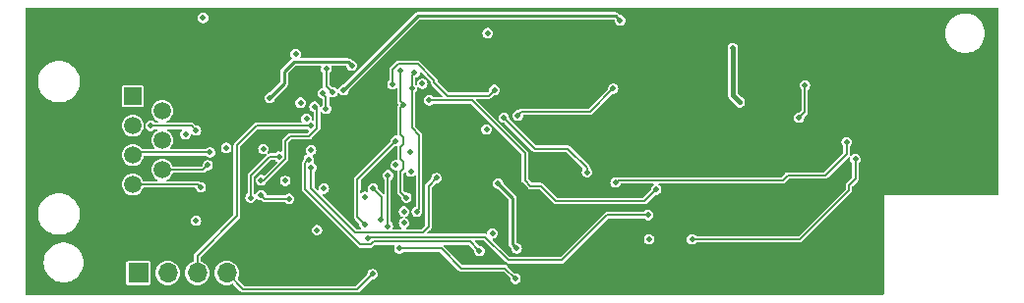
<source format=gbr>
%TF.GenerationSoftware,KiCad,Pcbnew,7.0.5-0*%
%TF.CreationDate,2024-01-25T09:03:23-08:00*%
%TF.ProjectId,transponder-11.9.0,7472616e-7370-46f6-9e64-65722d31312e,rev?*%
%TF.SameCoordinates,Original*%
%TF.FileFunction,Copper,L4,Bot*%
%TF.FilePolarity,Positive*%
%FSLAX46Y46*%
G04 Gerber Fmt 4.6, Leading zero omitted, Abs format (unit mm)*
G04 Created by KiCad (PCBNEW 7.0.5-0) date 2024-01-25 09:03:23*
%MOMM*%
%LPD*%
G01*
G04 APERTURE LIST*
%TA.AperFunction,ComponentPad*%
%ADD10R,1.700000X1.700000*%
%TD*%
%TA.AperFunction,ComponentPad*%
%ADD11O,1.700000X1.700000*%
%TD*%
%TA.AperFunction,ComponentPad*%
%ADD12R,1.500000X1.500000*%
%TD*%
%TA.AperFunction,ComponentPad*%
%ADD13C,1.500000*%
%TD*%
%TA.AperFunction,ComponentPad*%
%ADD14C,0.500000*%
%TD*%
%TA.AperFunction,SMDPad,CuDef*%
%ADD15R,2.600000X2.600000*%
%TD*%
%TA.AperFunction,SMDPad,CuDef*%
%ADD16R,3.500000X1.500000*%
%TD*%
%TA.AperFunction,ViaPad*%
%ADD17C,0.500000*%
%TD*%
%TA.AperFunction,Conductor*%
%ADD18C,0.152000*%
%TD*%
%TA.AperFunction,Conductor*%
%ADD19C,0.254000*%
%TD*%
%TA.AperFunction,Conductor*%
%ADD20C,0.400000*%
%TD*%
G04 APERTURE END LIST*
D10*
%TO.P,J2,1,Pin_1*%
%TO.N,+3.3V*%
X117325000Y-111900000D03*
D11*
%TO.P,J2,2,Pin_2*%
%TO.N,SWDIO*%
X119865000Y-111900000D03*
%TO.P,J2,3,Pin_3*%
%TO.N,SWCLK*%
X122405000Y-111900000D03*
%TO.P,J2,4,Pin_4*%
%TO.N,NRST*%
X124945000Y-111900000D03*
%TO.P,J2,5,Pin_5*%
%TO.N,GND*%
X127485000Y-111900000D03*
%TD*%
D12*
%TO.P,J1,1*%
%TO.N,/Connections/V_IN*%
X116850000Y-96650000D03*
D13*
%TO.P,J1,2*%
%TO.N,/Connections/HOST_TX_OFF*%
X119390000Y-97920000D03*
%TO.P,J1,3*%
%TO.N,/Connections/HOST_UART_TX*%
X116850000Y-99190000D03*
%TO.P,J1,4*%
%TO.N,/Connections/HOST_GPS_STATUS*%
X119390000Y-100460000D03*
%TO.P,J1,5*%
%TO.N,/Connections/HOST_UART_RX*%
X116850000Y-101730000D03*
%TO.P,J1,6*%
%TO.N,/Connections/HOST_RX_STATUS*%
X119390000Y-103000000D03*
%TO.P,J1,7*%
%TO.N,/Connections/HOST_TX_STATUS*%
X116850000Y-104270000D03*
%TO.P,J1,8*%
%TO.N,GND*%
X119390000Y-105540000D03*
%TD*%
D14*
%TO.P,U1,21,GND*%
%TO.N,GND*%
X146325000Y-95850000D03*
X146325000Y-93750000D03*
D15*
X145275000Y-94800000D03*
D14*
X144225000Y-95850000D03*
X144225000Y-93750000D03*
%TD*%
D16*
%TO.P,J3,G3*%
%TO.N,GND*%
X189427500Y-103900000D03*
%TO.P,J3,G4*%
X189427500Y-98500000D03*
%TD*%
D14*
%TO.P,U2,21,GND*%
%TO.N,GND*%
X146150000Y-107850000D03*
X146150000Y-105750000D03*
D15*
X145100000Y-106800000D03*
D14*
X144050000Y-107850000D03*
X144050000Y-105750000D03*
%TD*%
D17*
%TO.N,GND*%
X175000000Y-100500000D03*
X144400000Y-94800000D03*
X184300000Y-100000000D03*
X164500000Y-102600000D03*
X134900000Y-101200000D03*
X150100000Y-106000000D03*
X145300000Y-95700000D03*
X181000000Y-101200000D03*
X155300000Y-99700000D03*
X161500000Y-98400000D03*
X122100000Y-91200000D03*
X145100000Y-105900000D03*
X164500000Y-92600000D03*
X114000000Y-90000000D03*
X179200000Y-104900000D03*
X151800000Y-92600000D03*
X169200000Y-100000000D03*
X173400000Y-110100000D03*
X181000000Y-109800000D03*
X182900000Y-102300000D03*
X156700000Y-103400000D03*
X183700000Y-96900000D03*
X161500000Y-100000000D03*
X185100000Y-96900000D03*
X158600000Y-95000000D03*
X186500000Y-96900000D03*
X176100000Y-104800000D03*
X172100000Y-112300000D03*
X189800000Y-104700000D03*
X114000000Y-108000000D03*
X176700000Y-92200000D03*
X167600000Y-92600000D03*
X159900000Y-102600000D03*
X145300000Y-100900000D03*
X126700000Y-96500000D03*
X182100000Y-102400000D03*
X135800000Y-102000000D03*
X172900000Y-94800000D03*
X185400000Y-95600000D03*
X178100000Y-110100000D03*
X186900000Y-94300000D03*
X153200000Y-107800000D03*
X181900000Y-103500000D03*
X163000000Y-100000000D03*
X181000000Y-107600000D03*
X143000000Y-111100000D03*
X172200000Y-96900000D03*
X121800000Y-102200000D03*
X158600000Y-97200000D03*
X114000000Y-93000000D03*
X185600000Y-102300000D03*
X151700000Y-98500000D03*
X177000000Y-112300000D03*
X166100000Y-92600000D03*
X184200000Y-93000000D03*
X175000000Y-92200000D03*
X176200000Y-94800000D03*
X179300000Y-112300000D03*
X184200000Y-102300000D03*
X175800000Y-110100000D03*
X184200000Y-104700000D03*
X154100000Y-98700000D03*
X160000000Y-92600000D03*
X140000000Y-113000000D03*
X191000000Y-96000000D03*
X154600000Y-95000000D03*
X158400000Y-102600000D03*
X182200000Y-99000000D03*
X161000000Y-113000000D03*
X171400000Y-110700000D03*
X172900000Y-92500000D03*
X178800000Y-98300000D03*
X179700000Y-99000000D03*
X167400000Y-102600000D03*
X170000000Y-95100000D03*
X191000000Y-90000000D03*
X172600000Y-102500000D03*
X151800000Y-108600000D03*
X172400000Y-92000000D03*
X148900000Y-92900000D03*
X147200000Y-101600000D03*
X179300000Y-110100000D03*
X150100000Y-108700000D03*
X177000000Y-90000000D03*
X176700000Y-102300000D03*
X173400000Y-92000000D03*
X177200000Y-104900000D03*
X188700000Y-104700000D03*
X142600000Y-102600000D03*
X161500000Y-95000000D03*
X173300000Y-112300000D03*
X158400000Y-101600000D03*
X178400000Y-94800000D03*
X181000000Y-106500000D03*
X173700000Y-100000000D03*
X182800000Y-92900000D03*
X127400000Y-101300000D03*
X182200000Y-97900000D03*
X160000000Y-95000000D03*
X181000000Y-108700000D03*
X148200000Y-93700000D03*
X109000000Y-98000000D03*
X182800000Y-92100000D03*
X178100000Y-112300000D03*
X140200000Y-92100000D03*
X170700000Y-100000000D03*
X137000000Y-91000000D03*
X183000000Y-100000000D03*
X163000000Y-90000000D03*
X183000000Y-104700000D03*
X158400000Y-100700000D03*
X152500000Y-95200000D03*
X109000000Y-113000000D03*
X177000000Y-110100000D03*
X154100000Y-97300000D03*
X151300000Y-105300000D03*
X153100000Y-90300000D03*
X172300000Y-90100000D03*
X148600000Y-96700000D03*
X143100000Y-99100000D03*
X170000000Y-102600000D03*
X164600000Y-95000000D03*
X109000000Y-103000000D03*
X153400000Y-92600000D03*
X178100000Y-102800000D03*
X180900000Y-105200000D03*
X172200000Y-95700000D03*
X157600000Y-101600000D03*
X174500000Y-112300000D03*
X153400000Y-96200000D03*
X150200000Y-96700000D03*
X157000000Y-113000000D03*
X154200000Y-103400000D03*
X114000000Y-103000000D03*
X163000000Y-92600000D03*
X151700000Y-100000000D03*
X170100000Y-92600000D03*
X177300000Y-94800000D03*
X156800000Y-106500000D03*
X180600000Y-94800000D03*
X170100000Y-98300000D03*
X165800000Y-98300000D03*
X172100000Y-110100000D03*
X154100000Y-100000000D03*
X134900000Y-99500000D03*
X135800000Y-98600000D03*
X182100000Y-99900000D03*
X160300000Y-97100000D03*
X125900000Y-96500000D03*
X157000000Y-99600000D03*
X137500000Y-100400000D03*
X146900000Y-103500000D03*
X145200000Y-112600000D03*
X167800000Y-98300000D03*
X166000000Y-102600000D03*
X159800000Y-104800000D03*
X172900000Y-91500000D03*
X173600000Y-94800000D03*
X172200000Y-94800000D03*
X177000000Y-107900000D03*
X144200000Y-106800000D03*
X129400000Y-91600000D03*
X172900000Y-90500000D03*
X141600000Y-92100000D03*
X148500000Y-106000000D03*
X185600000Y-100000000D03*
X164500000Y-100000000D03*
X171400000Y-92600000D03*
X154100000Y-106600000D03*
X114000000Y-113000000D03*
X179700000Y-98200000D03*
X173900000Y-102500000D03*
X136700000Y-99600000D03*
X156500000Y-92600000D03*
X185400000Y-94300000D03*
X181700000Y-104700000D03*
X146200000Y-94800000D03*
X146000000Y-106800000D03*
X114000000Y-98000000D03*
X175800000Y-112300000D03*
X172400000Y-91000000D03*
X179800000Y-92200000D03*
X179300000Y-107900000D03*
X186500000Y-104700000D03*
X173400000Y-90100000D03*
X145100000Y-106800000D03*
X187600000Y-104700000D03*
X172200000Y-100000000D03*
X178300000Y-92200000D03*
X180000000Y-96600000D03*
X129100000Y-94600000D03*
X190800000Y-104700000D03*
X158400000Y-99700000D03*
X177600000Y-101600000D03*
X180900000Y-112300000D03*
X188000000Y-96900000D03*
X161500000Y-92600000D03*
X191000000Y-93000000D03*
X145300000Y-93900000D03*
X109000000Y-90000000D03*
X175900000Y-101500000D03*
X168700000Y-102600000D03*
X175300000Y-104100000D03*
X167600000Y-95100000D03*
X176800000Y-100800000D03*
X136700000Y-101200000D03*
X179700000Y-99900000D03*
X155800000Y-101600000D03*
X172200000Y-96300000D03*
X174600000Y-110100000D03*
X180900000Y-113400000D03*
X151700000Y-101700000D03*
X161500000Y-102600000D03*
X171300000Y-102600000D03*
X186900000Y-102300000D03*
X154200000Y-105000000D03*
X148700000Y-108600000D03*
X182200000Y-96900000D03*
X151200000Y-97300000D03*
X163100000Y-102600000D03*
X135800000Y-100400000D03*
X179600000Y-102900000D03*
X171400000Y-111600000D03*
X155000000Y-92600000D03*
X157300000Y-100200000D03*
X151700000Y-103400000D03*
X145100000Y-107700000D03*
X156800000Y-95000000D03*
X185400000Y-104700000D03*
X179500000Y-94800000D03*
X189700000Y-96900000D03*
X186900000Y-100000000D03*
X157000000Y-100800000D03*
X173400000Y-91000000D03*
X134100000Y-100300000D03*
X145300000Y-94800000D03*
X163000000Y-95000000D03*
%TO.N,+3.3V*%
X136831443Y-105319230D03*
X124900000Y-101100000D03*
X148300000Y-104200000D03*
X161300000Y-109000000D03*
X135700000Y-94000000D03*
X149900000Y-109800000D03*
X179046220Y-102063024D03*
X165000000Y-109000000D03*
X147300000Y-99500000D03*
X139491490Y-102600000D03*
X128642814Y-96774500D03*
X147400000Y-91200000D03*
%TO.N,/Connections/MCU_UART_TX*%
X134049500Y-96300000D03*
X133500000Y-94276500D03*
%TO.N,/Connections/MCU_UART_RX*%
X133485172Y-97714828D03*
X133200000Y-96400000D03*
%TO.N,/Connections/GPS_STATUS*%
X132503578Y-97549831D03*
X127900000Y-103900000D03*
%TO.N,/Connections/HOST_TX_OFF*%
X121385000Y-99915000D03*
X122300000Y-107400000D03*
%TO.N,/Connections/HOST_TX_STATUS*%
X122700000Y-104500000D03*
%TO.N,/Connections/HOST_RX_STATUS*%
X123300000Y-102600000D03*
%TO.N,/Connections/HOST_UART_RX*%
X130875000Y-93000000D03*
X123500000Y-101500000D03*
%TO.N,/Connections/HOST_UART_TX*%
X131300000Y-97200000D03*
X122300000Y-99600000D03*
X118400000Y-99200000D03*
%TO.N,Net-(IC1-ADJ{slash}NC)*%
X174700000Y-95700000D03*
X174200000Y-98500000D03*
%TO.N,/Connections/V_IN*%
X122900000Y-89887500D03*
X169100000Y-97175000D03*
X168500000Y-92500000D03*
%TO.N,/GNSS/GPS_EN*%
X139800000Y-109800000D03*
X138206429Y-107296909D03*
X137525500Y-104600000D03*
X149800000Y-112400000D03*
%TO.N,/Receiver/V_LNA*%
X150000000Y-98300000D03*
X158200000Y-96000000D03*
%TO.N,/Connections/RX_STATUS*%
X140700000Y-101500000D03*
X129979145Y-103950224D03*
%TO.N,/MCU/V_PA_BIAS*%
X135000000Y-96100000D03*
X158800000Y-90100000D03*
%TO.N,/MCU/TRX_SDN*%
X147976500Y-96100000D03*
X139200000Y-95600000D03*
%TO.N,/MCU/SPI_SCK*%
X140400000Y-105400000D03*
X140166990Y-97366991D03*
X139900000Y-94400000D03*
%TO.N,/MCU/SPI_MISO*%
X141100000Y-94624500D03*
X140863438Y-95975500D03*
X141300000Y-106600000D03*
%TO.N,/Receiver/RFSW_CTRL*%
X148800000Y-98500000D03*
X155950000Y-103200000D03*
%TO.N,/MCU/SPI_MOSI*%
X141775998Y-95568700D03*
X140200000Y-106600000D03*
%TO.N,/MCU/RX_SDN*%
X132200000Y-101300000D03*
X147810996Y-108479266D03*
%TO.N,/GNSS/GPS_1PPS*%
X136800000Y-107700000D03*
X161200000Y-106900000D03*
X137100000Y-108925500D03*
X139491490Y-100500000D03*
%TO.N,/GNSS/GPS_OUT*%
X142375500Y-97000000D03*
X161900000Y-104700000D03*
%TO.N,/MCU/RX_DATA*%
X143000000Y-103700000D03*
X132209431Y-102800676D03*
%TO.N,/MCU/RX_CS*%
X140200000Y-107599503D03*
X140791812Y-103137929D03*
%TO.N,/MCU/RX_CLK*%
X132000000Y-102100000D03*
X146700000Y-110000000D03*
%TO.N,Net-(U10-D1)*%
X127000000Y-105400000D03*
X129437610Y-101861544D03*
%TO.N,Net-(U5-PB7)*%
X132700000Y-108200000D03*
X133300000Y-104625724D03*
%TO.N,Net-(U10-G2)*%
X128100000Y-101200000D03*
X130300000Y-105500000D03*
X127900000Y-105200000D03*
%TO.N,Net-(D4-K)*%
X178300000Y-100600000D03*
X158400000Y-104100000D03*
%TO.N,SWDIO*%
X131800000Y-98600000D03*
%TO.N,SWCLK*%
X132200000Y-99200000D03*
%TO.N,NRST*%
X138800000Y-107857677D03*
X137500000Y-112000000D03*
X138824980Y-103477484D03*
%TD*%
D18*
%TO.N,+3.3V*%
X174243877Y-109000000D02*
X165000000Y-109000000D01*
D19*
X129900000Y-94500000D02*
X130700000Y-93700000D01*
X128642814Y-96774500D02*
X129900000Y-95517314D01*
X148300000Y-104200000D02*
X149523000Y-105423000D01*
D18*
X179046220Y-103753780D02*
X178500000Y-104300000D01*
X178500000Y-104743877D02*
X174243877Y-109000000D01*
D19*
X130700000Y-93700000D02*
X135400000Y-93700000D01*
D18*
X179046220Y-102063024D02*
X179046220Y-103753780D01*
D19*
X135400000Y-93700000D02*
X135700000Y-94000000D01*
X149523000Y-105423000D02*
X149523000Y-109423000D01*
X149523000Y-109423000D02*
X149900000Y-109800000D01*
D18*
X178500000Y-104300000D02*
X178500000Y-104743877D01*
D19*
X129900000Y-95517314D02*
X129900000Y-94500000D01*
D18*
%TO.N,/Connections/MCU_UART_TX*%
X133500000Y-94276500D02*
X133500000Y-95750500D01*
X133500000Y-95750500D02*
X134049500Y-96300000D01*
%TO.N,/Connections/MCU_UART_RX*%
X133485172Y-96685172D02*
X133200000Y-96400000D01*
X133485172Y-97714828D02*
X133485172Y-96685172D01*
%TO.N,/Connections/GPS_STATUS*%
X128143031Y-103900000D02*
X129963610Y-102079421D01*
X132726000Y-99417877D02*
X132726000Y-97772253D01*
X132043877Y-100100000D02*
X132726000Y-99417877D01*
X132726000Y-97772253D02*
X132503578Y-97549831D01*
X129963610Y-100536390D02*
X130400000Y-100100000D01*
X130400000Y-100100000D02*
X132043877Y-100100000D01*
X127900000Y-103900000D02*
X128143031Y-103900000D01*
X129963610Y-102079421D02*
X129963610Y-100536390D01*
%TO.N,/Connections/HOST_TX_STATUS*%
X122700000Y-104500000D02*
X122470000Y-104270000D01*
X122470000Y-104270000D02*
X116850000Y-104270000D01*
%TO.N,/Connections/HOST_RX_STATUS*%
X123300000Y-102600000D02*
X122900000Y-103000000D01*
X122900000Y-103000000D02*
X119390000Y-103000000D01*
%TO.N,/Connections/HOST_UART_RX*%
X117080000Y-101500000D02*
X123500000Y-101500000D01*
X116850000Y-101730000D02*
X117080000Y-101500000D01*
%TO.N,/Connections/HOST_UART_TX*%
X118400000Y-99200000D02*
X121900000Y-99200000D01*
X121900000Y-99200000D02*
X122300000Y-99600000D01*
%TO.N,Net-(IC1-ADJ{slash}NC)*%
X174700000Y-98000000D02*
X174700000Y-95700000D01*
X174200000Y-98500000D02*
X174700000Y-98000000D01*
D20*
%TO.N,/Connections/V_IN*%
X168500000Y-92500000D02*
X168500000Y-96575000D01*
X168500000Y-96575000D02*
X169100000Y-97175000D01*
D18*
%TO.N,/GNSS/GPS_EN*%
X138248000Y-105322500D02*
X138248000Y-107300000D01*
X148900000Y-111500000D02*
X149800000Y-112400000D01*
X137525500Y-104600000D02*
X138248000Y-105322500D01*
X138209520Y-107300000D02*
X138206429Y-107296909D01*
X138248000Y-107300000D02*
X138209520Y-107300000D01*
X139800000Y-109800000D02*
X143400000Y-109800000D01*
X143400000Y-109800000D02*
X145100000Y-111500000D01*
X145100000Y-111500000D02*
X148900000Y-111500000D01*
%TO.N,/Receiver/V_LNA*%
X158200000Y-96000000D02*
X156226000Y-97974000D01*
X150326000Y-97974000D02*
X150000000Y-98300000D01*
X156226000Y-97974000D02*
X150326000Y-97974000D01*
D19*
%TO.N,/MCU/V_PA_BIAS*%
X141377000Y-89723000D02*
X135000000Y-96100000D01*
X158800000Y-90100000D02*
X158423000Y-89723000D01*
X158423000Y-89723000D02*
X141377000Y-89723000D01*
D18*
%TO.N,/MCU/TRX_SDN*%
X142800000Y-95300000D02*
X142800000Y-95477000D01*
X142800000Y-95477000D02*
X143923000Y-96600000D01*
X143923000Y-96600000D02*
X147476500Y-96600000D01*
X139200000Y-94356123D02*
X139682123Y-93874000D01*
X141374000Y-93874000D02*
X142800000Y-95300000D01*
X139682123Y-93874000D02*
X141374000Y-93874000D01*
X139200000Y-95600000D02*
X139200000Y-94356123D01*
X147476500Y-96600000D02*
X147976500Y-96100000D01*
%TO.N,/MCU/SPI_SCK*%
X139900000Y-103147499D02*
X139900000Y-104900000D01*
X140166990Y-97366991D02*
X139900000Y-97633981D01*
X139900000Y-102052501D02*
X140167490Y-102319991D01*
X140167490Y-102319991D02*
X140167490Y-102880009D01*
X139900000Y-97633981D02*
X139900000Y-99952501D01*
X140167490Y-100780009D02*
X139900000Y-101047499D01*
X139900000Y-97100001D02*
X139900000Y-94400000D01*
X140167490Y-102880009D02*
X139900000Y-103147499D01*
X139900000Y-104900000D02*
X140400000Y-105400000D01*
X140167490Y-100219991D02*
X140167490Y-100780009D01*
X139900000Y-101047499D02*
X139900000Y-102052501D01*
X140166990Y-97366991D02*
X139900000Y-97100001D01*
X139900000Y-99952501D02*
X140167490Y-100219991D01*
%TO.N,/MCU/SPI_MISO*%
X140863438Y-95975500D02*
X140863438Y-99363438D01*
X141500000Y-106400000D02*
X141300000Y-106600000D01*
X140863438Y-99363438D02*
X141500000Y-100000000D01*
X140863438Y-94861062D02*
X141100000Y-94624500D01*
X140863438Y-95975500D02*
X140863438Y-94861062D01*
X141500000Y-100000000D02*
X141500000Y-106400000D01*
%TO.N,/Receiver/RFSW_CTRL*%
X154317877Y-101174000D02*
X151474000Y-101174000D01*
X151474000Y-101174000D02*
X148800000Y-98500000D01*
X155950000Y-103200000D02*
X155950000Y-102806123D01*
X155950000Y-102806123D02*
X154317877Y-101174000D01*
%TO.N,/GNSS/GPS_1PPS*%
X153800000Y-110800000D02*
X157700000Y-106900000D01*
X136155443Y-107055443D02*
X136155443Y-104644557D01*
X136155443Y-104644557D02*
X136200000Y-104600000D01*
X136200000Y-103791490D02*
X139491490Y-100500000D01*
X137225500Y-108800000D02*
X147197245Y-108800000D01*
X136800000Y-107700000D02*
X136155443Y-107055443D01*
X149197245Y-110800000D02*
X153800000Y-110800000D01*
X147197245Y-108800000D02*
X149197245Y-110800000D01*
X157700000Y-106900000D02*
X161200000Y-106900000D01*
X137100000Y-108925500D02*
X137225500Y-108800000D01*
X136200000Y-104600000D02*
X136200000Y-103791490D01*
%TO.N,/GNSS/GPS_OUT*%
X153300000Y-105700000D02*
X160000000Y-105700000D01*
X150600000Y-103100000D02*
X150600000Y-103900000D01*
X160000000Y-105700000D02*
X160900000Y-105700000D01*
X150600000Y-101556009D02*
X150600000Y-103100000D01*
X151100000Y-104400000D02*
X152000000Y-104400000D01*
X146043991Y-97000000D02*
X150600000Y-101556009D01*
X152000000Y-104400000D02*
X153300000Y-105700000D01*
X160900000Y-105700000D02*
X161900000Y-104700000D01*
X150600000Y-103900000D02*
X151100000Y-104400000D01*
X142375500Y-97000000D02*
X146043991Y-97000000D01*
%TO.N,/MCU/RX_DATA*%
X142300000Y-104400000D02*
X143000000Y-103700000D01*
X141800000Y-108400000D02*
X142300000Y-107900000D01*
X142300000Y-107900000D02*
X142300000Y-104400000D01*
X136000000Y-108400000D02*
X141800000Y-108400000D01*
X132209431Y-102800676D02*
X132209431Y-104609431D01*
X132209431Y-104609431D02*
X136000000Y-108400000D01*
%TO.N,/MCU/RX_CLK*%
X145900000Y-109200000D02*
X146700000Y-110000000D01*
X137317877Y-109451500D02*
X137569377Y-109200000D01*
X132000000Y-102100000D02*
X131683431Y-102416569D01*
X131683431Y-102416569D02*
X131683431Y-104683431D01*
X131683431Y-104683431D02*
X136451500Y-109451500D01*
X137569377Y-109200000D02*
X145900000Y-109200000D01*
X136451500Y-109451500D02*
X137317877Y-109451500D01*
%TO.N,Net-(U10-D1)*%
X127000000Y-105400000D02*
X127000000Y-103500000D01*
X128638456Y-101861544D02*
X129437610Y-101861544D01*
X127000000Y-103500000D02*
X128638456Y-101861544D01*
%TO.N,Net-(U10-G2)*%
X128200000Y-105500000D02*
X127900000Y-105200000D01*
X130300000Y-105500000D02*
X128200000Y-105500000D01*
%TO.N,Net-(D4-K)*%
X172800000Y-103900000D02*
X173226000Y-103474000D01*
X176469877Y-103474000D02*
X178300000Y-101643877D01*
X158700000Y-103900000D02*
X158600000Y-103900000D01*
X173226000Y-103474000D02*
X176469877Y-103474000D01*
X178300000Y-101643877D02*
X178300000Y-100600000D01*
X158600000Y-103900000D02*
X158400000Y-104100000D01*
X158700000Y-103900000D02*
X172800000Y-103900000D01*
%TO.N,SWCLK*%
X125800000Y-100900000D02*
X125800000Y-107000000D01*
X125800000Y-107000000D02*
X122405000Y-110395000D01*
X127500000Y-99200000D02*
X125800000Y-100900000D01*
X132200000Y-99200000D02*
X127500000Y-99200000D01*
X122405000Y-110395000D02*
X122405000Y-111900000D01*
%TO.N,NRST*%
X138800000Y-103502464D02*
X138800000Y-107857677D01*
X138824980Y-103477484D02*
X138800000Y-103502464D01*
X126345000Y-113300000D02*
X124945000Y-111900000D01*
X137500000Y-112000000D02*
X136200000Y-113300000D01*
X136200000Y-113300000D02*
X126345000Y-113300000D01*
%TD*%
%TA.AperFunction,Conductor*%
%TO.N,GND*%
G36*
X191372709Y-89018047D02*
G01*
X191398361Y-89062476D01*
X191399500Y-89075500D01*
X191399500Y-105125000D01*
X191381953Y-105173209D01*
X191337524Y-105198861D01*
X191324500Y-105200000D01*
X181500000Y-105200000D01*
X181500000Y-113724500D01*
X181482453Y-113772709D01*
X181438024Y-113798361D01*
X181425000Y-113799500D01*
X107675500Y-113799500D01*
X107627291Y-113781953D01*
X107601639Y-113737524D01*
X107600500Y-113724500D01*
X107600500Y-112769748D01*
X116274500Y-112769748D01*
X116286132Y-112828230D01*
X116330447Y-112894551D01*
X116330448Y-112894552D01*
X116396769Y-112938867D01*
X116455251Y-112950500D01*
X116455252Y-112950500D01*
X118194749Y-112950500D01*
X118223989Y-112944683D01*
X118253231Y-112938867D01*
X118319552Y-112894552D01*
X118363867Y-112828231D01*
X118375500Y-112769748D01*
X118375500Y-111900000D01*
X118809417Y-111900000D01*
X118829699Y-112105930D01*
X118829699Y-112105932D01*
X118829700Y-112105934D01*
X118889768Y-112303954D01*
X118973577Y-112460748D01*
X118987315Y-112486450D01*
X119079692Y-112599013D01*
X119118590Y-112646410D01*
X119278550Y-112777685D01*
X119461046Y-112875232D01*
X119659066Y-112935300D01*
X119865000Y-112955583D01*
X120070934Y-112935300D01*
X120268954Y-112875232D01*
X120451450Y-112777685D01*
X120611410Y-112646410D01*
X120742685Y-112486450D01*
X120840232Y-112303954D01*
X120900300Y-112105934D01*
X120920583Y-111900000D01*
X121349417Y-111900000D01*
X121369699Y-112105930D01*
X121369699Y-112105932D01*
X121369700Y-112105934D01*
X121429768Y-112303954D01*
X121513577Y-112460748D01*
X121527315Y-112486450D01*
X121619692Y-112599013D01*
X121658590Y-112646410D01*
X121818550Y-112777685D01*
X122001046Y-112875232D01*
X122199066Y-112935300D01*
X122405000Y-112955583D01*
X122610934Y-112935300D01*
X122808954Y-112875232D01*
X122991450Y-112777685D01*
X123151410Y-112646410D01*
X123282685Y-112486450D01*
X123380232Y-112303954D01*
X123440300Y-112105934D01*
X123460583Y-111900000D01*
X123460583Y-111899999D01*
X123889417Y-111899999D01*
X123909699Y-112105930D01*
X123909699Y-112105932D01*
X123909700Y-112105934D01*
X123969768Y-112303954D01*
X124053577Y-112460748D01*
X124067315Y-112486450D01*
X124159692Y-112599013D01*
X124198590Y-112646410D01*
X124358550Y-112777685D01*
X124541046Y-112875232D01*
X124739066Y-112935300D01*
X124945000Y-112955583D01*
X125150934Y-112935300D01*
X125348954Y-112875232D01*
X125348956Y-112875230D01*
X125348959Y-112875230D01*
X125417359Y-112838668D01*
X125468147Y-112831416D01*
X125505748Y-112851778D01*
X126125004Y-113471034D01*
X126134330Y-113482397D01*
X126145654Y-113499344D01*
X126145655Y-113499345D01*
X126167824Y-113514158D01*
X126167832Y-113514164D01*
X126168742Y-113514772D01*
X126214798Y-113545545D01*
X126227863Y-113554274D01*
X126234000Y-113559837D01*
X126237115Y-113560456D01*
X126237115Y-113560457D01*
X126290596Y-113571095D01*
X126319420Y-113576829D01*
X126319437Y-113576831D01*
X126345000Y-113581916D01*
X126364985Y-113577940D01*
X126379615Y-113576500D01*
X136165385Y-113576500D01*
X136180014Y-113577940D01*
X136200000Y-113581916D01*
X136227229Y-113576500D01*
X136227233Y-113576500D01*
X136307885Y-113560457D01*
X136307884Y-113560456D01*
X136321088Y-113557830D01*
X136330199Y-113545546D01*
X136376258Y-113514772D01*
X136376257Y-113514772D01*
X136384378Y-113509347D01*
X136384383Y-113509341D01*
X136399345Y-113499345D01*
X136410669Y-113482397D01*
X136419989Y-113471039D01*
X137418562Y-112472467D01*
X137465059Y-112450785D01*
X137471596Y-112450500D01*
X137564772Y-112450500D01*
X137689066Y-112414005D01*
X137689066Y-112414004D01*
X137689069Y-112414004D01*
X137798049Y-112343967D01*
X137882882Y-112246063D01*
X137936697Y-112128226D01*
X137955133Y-112000000D01*
X137936697Y-111871774D01*
X137882882Y-111753937D01*
X137798049Y-111656033D01*
X137798048Y-111656032D01*
X137798047Y-111656031D01*
X137689068Y-111585995D01*
X137689066Y-111585994D01*
X137564772Y-111549500D01*
X137435228Y-111549500D01*
X137310933Y-111585994D01*
X137310931Y-111585995D01*
X137201952Y-111656031D01*
X137117116Y-111753939D01*
X137063304Y-111871770D01*
X137063303Y-111871772D01*
X137063303Y-111871774D01*
X137044867Y-112000000D01*
X137044867Y-112000001D01*
X137047582Y-112018885D01*
X137037074Y-112069100D01*
X137026378Y-112082590D01*
X136107437Y-113001533D01*
X136060941Y-113023215D01*
X136054404Y-113023500D01*
X126490596Y-113023500D01*
X126442387Y-113005953D01*
X126437563Y-113001533D01*
X125896778Y-112460748D01*
X125875096Y-112414252D01*
X125883668Y-112372359D01*
X125920230Y-112303959D01*
X125920232Y-112303954D01*
X125980300Y-112105934D01*
X126000583Y-111900000D01*
X125980300Y-111694066D01*
X125920232Y-111496046D01*
X125822685Y-111313550D01*
X125691410Y-111153590D01*
X125604074Y-111081916D01*
X125531450Y-111022315D01*
X125507179Y-111009342D01*
X125348954Y-110924768D01*
X125150934Y-110864700D01*
X125150932Y-110864699D01*
X125150930Y-110864699D01*
X124973788Y-110847252D01*
X124945000Y-110844417D01*
X124944999Y-110844417D01*
X124739069Y-110864699D01*
X124541045Y-110924768D01*
X124541044Y-110924769D01*
X124358549Y-111022315D01*
X124198590Y-111153589D01*
X124198589Y-111153590D01*
X124067315Y-111313549D01*
X123969769Y-111496044D01*
X123969768Y-111496045D01*
X123909699Y-111694069D01*
X123889417Y-111899999D01*
X123460583Y-111899999D01*
X123440300Y-111694066D01*
X123380232Y-111496046D01*
X123282685Y-111313550D01*
X123151410Y-111153590D01*
X123064074Y-111081916D01*
X122991450Y-111022315D01*
X122808954Y-110924767D01*
X122734727Y-110902251D01*
X122693688Y-110871466D01*
X122681499Y-110830483D01*
X122681499Y-110540594D01*
X122699046Y-110492386D01*
X122703455Y-110487573D01*
X124991028Y-108200000D01*
X132244867Y-108200000D01*
X132263303Y-108328226D01*
X132263303Y-108328227D01*
X132263304Y-108328229D01*
X132317116Y-108446060D01*
X132317117Y-108446061D01*
X132317118Y-108446063D01*
X132398118Y-108539543D01*
X132401952Y-108543968D01*
X132510931Y-108614004D01*
X132510933Y-108614005D01*
X132635228Y-108650500D01*
X132764772Y-108650500D01*
X132889066Y-108614005D01*
X132889066Y-108614004D01*
X132889069Y-108614004D01*
X132998049Y-108543967D01*
X133082882Y-108446063D01*
X133136697Y-108328226D01*
X133155133Y-108200000D01*
X133136697Y-108071774D01*
X133082882Y-107953937D01*
X132998049Y-107856033D01*
X132998048Y-107856032D01*
X132998047Y-107856031D01*
X132889068Y-107785995D01*
X132889066Y-107785994D01*
X132764772Y-107749500D01*
X132635228Y-107749500D01*
X132510933Y-107785994D01*
X132510931Y-107785995D01*
X132401952Y-107856031D01*
X132317116Y-107953939D01*
X132263304Y-108071770D01*
X132263303Y-108071772D01*
X132263303Y-108071774D01*
X132244867Y-108200000D01*
X124991028Y-108200000D01*
X125971039Y-107219989D01*
X125982398Y-107210667D01*
X125999345Y-107199345D01*
X126014770Y-107176259D01*
X126014772Y-107176258D01*
X126060457Y-107107885D01*
X126065471Y-107082676D01*
X126076500Y-107027233D01*
X126076500Y-107027228D01*
X126081916Y-107000000D01*
X126077941Y-106980015D01*
X126076500Y-106965384D01*
X126076500Y-101045596D01*
X126094047Y-100997387D01*
X126098467Y-100992563D01*
X127592563Y-99498467D01*
X127639059Y-99476785D01*
X127645596Y-99476500D01*
X131809240Y-99476500D01*
X131857449Y-99494047D01*
X131865916Y-99502380D01*
X131897193Y-99538476D01*
X131901952Y-99543968D01*
X131918915Y-99554869D01*
X132010504Y-99613730D01*
X132041574Y-99654553D01*
X132039133Y-99705798D01*
X132022990Y-99729855D01*
X131951315Y-99801532D01*
X131904819Y-99823215D01*
X131898281Y-99823500D01*
X130434620Y-99823500D01*
X130419989Y-99822059D01*
X130400000Y-99818083D01*
X130399999Y-99818083D01*
X130399998Y-99818083D01*
X130378697Y-99822319D01*
X130378688Y-99822322D01*
X130292115Y-99839542D01*
X130269178Y-99854869D01*
X130225223Y-99884238D01*
X130225193Y-99884257D01*
X130200653Y-99900656D01*
X130189329Y-99917602D01*
X130180005Y-99928963D01*
X129792573Y-100316395D01*
X129781212Y-100325719D01*
X129764266Y-100337043D01*
X129747862Y-100361590D01*
X129747846Y-100361617D01*
X129703153Y-100428503D01*
X129686512Y-100512160D01*
X129686510Y-100512174D01*
X129681694Y-100536387D01*
X129681694Y-100536389D01*
X129681694Y-100536390D01*
X129685669Y-100556373D01*
X129687110Y-100571005D01*
X129687110Y-101365096D01*
X129669563Y-101413305D01*
X129625134Y-101438957D01*
X129590981Y-101437058D01*
X129502382Y-101411044D01*
X129372838Y-101411044D01*
X129248543Y-101447538D01*
X129248541Y-101447539D01*
X129139562Y-101517575D01*
X129129362Y-101529347D01*
X129103530Y-101559158D01*
X129058701Y-101584102D01*
X129046850Y-101585044D01*
X128673076Y-101585044D01*
X128658445Y-101583603D01*
X128638456Y-101579627D01*
X128638455Y-101579627D01*
X128638454Y-101579627D01*
X128617153Y-101583863D01*
X128617144Y-101583866D01*
X128525245Y-101602146D01*
X128474539Y-101594342D01*
X128440712Y-101555770D01*
X128439593Y-101504479D01*
X128453929Y-101479476D01*
X128482882Y-101446063D01*
X128536697Y-101328226D01*
X128555133Y-101200000D01*
X128536697Y-101071774D01*
X128492343Y-100974653D01*
X128482883Y-100953939D01*
X128482882Y-100953938D01*
X128482882Y-100953937D01*
X128398049Y-100856033D01*
X128398048Y-100856032D01*
X128398047Y-100856031D01*
X128289068Y-100785995D01*
X128289066Y-100785994D01*
X128164772Y-100749500D01*
X128035228Y-100749500D01*
X127910933Y-100785994D01*
X127910931Y-100785995D01*
X127801952Y-100856031D01*
X127717116Y-100953939D01*
X127663304Y-101071770D01*
X127663303Y-101071772D01*
X127663303Y-101071774D01*
X127644867Y-101200000D01*
X127663303Y-101328226D01*
X127663303Y-101328227D01*
X127663304Y-101328229D01*
X127717116Y-101446060D01*
X127717117Y-101446061D01*
X127717118Y-101446063D01*
X127789283Y-101529347D01*
X127801952Y-101543968D01*
X127910931Y-101614004D01*
X127910933Y-101614005D01*
X128035228Y-101650500D01*
X128164772Y-101650500D01*
X128289069Y-101614004D01*
X128289075Y-101613999D01*
X128289891Y-101613628D01*
X128290521Y-101613577D01*
X128294216Y-101612493D01*
X128294442Y-101613265D01*
X128341032Y-101609555D01*
X128382826Y-101639309D01*
X128395717Y-101688966D01*
X128374089Y-101734879D01*
X126828963Y-103280005D01*
X126817602Y-103289329D01*
X126800656Y-103300653D01*
X126783922Y-103325696D01*
X126770012Y-103346515D01*
X126739542Y-103392115D01*
X126722902Y-103475770D01*
X126722900Y-103475784D01*
X126718084Y-103499997D01*
X126718084Y-103500003D01*
X126722058Y-103519986D01*
X126723499Y-103534615D01*
X126723499Y-105003191D01*
X126705952Y-105051400D01*
X126705181Y-105052305D01*
X126617116Y-105153939D01*
X126563304Y-105271770D01*
X126563303Y-105271772D01*
X126563303Y-105271774D01*
X126552925Y-105343955D01*
X126545728Y-105394015D01*
X126544867Y-105400000D01*
X126563303Y-105528226D01*
X126563303Y-105528227D01*
X126563304Y-105528229D01*
X126617116Y-105646060D01*
X126617117Y-105646061D01*
X126617118Y-105646063D01*
X126701951Y-105743967D01*
X126701952Y-105743968D01*
X126810931Y-105814004D01*
X126810933Y-105814005D01*
X126935228Y-105850500D01*
X127064772Y-105850500D01*
X127189066Y-105814005D01*
X127189066Y-105814004D01*
X127189069Y-105814004D01*
X127298049Y-105743967D01*
X127382882Y-105646063D01*
X127436697Y-105528226D01*
X127438926Y-105523346D01*
X127440315Y-105523980D01*
X127466772Y-105488026D01*
X127516626Y-105475916D01*
X127562600Y-105498684D01*
X127565012Y-105501337D01*
X127588312Y-105528226D01*
X127601952Y-105543968D01*
X127710931Y-105614004D01*
X127710933Y-105614005D01*
X127835228Y-105650500D01*
X127927929Y-105650500D01*
X127976138Y-105668047D01*
X127990288Y-105683831D01*
X128000653Y-105699343D01*
X128000655Y-105699345D01*
X128020610Y-105712679D01*
X128020611Y-105712679D01*
X128020646Y-105712703D01*
X128023740Y-105714770D01*
X128023742Y-105714772D01*
X128083752Y-105754869D01*
X128092115Y-105760457D01*
X128174420Y-105776829D01*
X128174437Y-105776831D01*
X128200000Y-105781916D01*
X128219985Y-105777940D01*
X128234615Y-105776500D01*
X129909240Y-105776500D01*
X129957449Y-105794047D01*
X129965916Y-105802380D01*
X130001951Y-105843967D01*
X130001952Y-105843968D01*
X130110931Y-105914004D01*
X130110933Y-105914005D01*
X130235228Y-105950500D01*
X130364772Y-105950500D01*
X130489066Y-105914005D01*
X130489066Y-105914004D01*
X130489069Y-105914004D01*
X130598049Y-105843967D01*
X130682882Y-105746063D01*
X130736697Y-105628226D01*
X130755133Y-105500000D01*
X130736697Y-105371774D01*
X130682882Y-105253937D01*
X130598049Y-105156033D01*
X130598048Y-105156032D01*
X130598047Y-105156031D01*
X130489068Y-105085995D01*
X130489066Y-105085994D01*
X130364772Y-105049500D01*
X130235228Y-105049500D01*
X130110933Y-105085994D01*
X130110931Y-105085995D01*
X130001952Y-105156031D01*
X129999229Y-105159174D01*
X129965920Y-105197614D01*
X129921091Y-105222558D01*
X129909240Y-105223500D01*
X128423500Y-105223500D01*
X128375291Y-105205953D01*
X128349639Y-105161524D01*
X128349263Y-105159174D01*
X128349060Y-105157761D01*
X128336697Y-105071774D01*
X128282882Y-104953937D01*
X128198049Y-104856033D01*
X128198048Y-104856032D01*
X128198047Y-104856031D01*
X128089068Y-104785995D01*
X128089066Y-104785994D01*
X127964772Y-104749500D01*
X127835228Y-104749500D01*
X127710933Y-104785994D01*
X127710931Y-104785995D01*
X127601952Y-104856031D01*
X127517116Y-104953939D01*
X127461074Y-105076654D01*
X127459688Y-105076021D01*
X127433208Y-105111986D01*
X127383351Y-105124081D01*
X127337384Y-105101299D01*
X127334982Y-105098657D01*
X127324011Y-105085996D01*
X127298049Y-105056033D01*
X127294818Y-105052304D01*
X127276509Y-105004379D01*
X127276500Y-105003190D01*
X127276500Y-104683433D01*
X131401515Y-104683433D01*
X131406212Y-104707050D01*
X131421103Y-104781913D01*
X131422974Y-104791316D01*
X131463362Y-104851762D01*
X131468660Y-104859690D01*
X131468660Y-104859692D01*
X131484084Y-104882774D01*
X131484085Y-104882775D01*
X131501029Y-104894097D01*
X131512394Y-104903424D01*
X136231504Y-109622534D01*
X136240830Y-109633897D01*
X136252155Y-109650845D01*
X136272110Y-109664179D01*
X136272111Y-109664179D01*
X136272146Y-109664203D01*
X136275241Y-109666271D01*
X136275242Y-109666272D01*
X136343615Y-109711957D01*
X136451500Y-109733417D01*
X136471489Y-109729440D01*
X136486120Y-109728000D01*
X137283262Y-109728000D01*
X137297891Y-109729440D01*
X137317877Y-109733416D01*
X137345106Y-109728000D01*
X137345110Y-109728000D01*
X137425762Y-109711957D01*
X137427197Y-109710998D01*
X137494135Y-109666272D01*
X137494135Y-109666271D01*
X137502258Y-109660844D01*
X137502260Y-109660842D01*
X137505191Y-109658883D01*
X137517222Y-109650845D01*
X137528546Y-109633897D01*
X137537866Y-109622539D01*
X137661939Y-109498467D01*
X137708437Y-109476785D01*
X137714973Y-109476500D01*
X139335780Y-109476500D01*
X139383989Y-109494047D01*
X139409641Y-109538476D01*
X139404002Y-109582656D01*
X139402477Y-109585996D01*
X139363304Y-109671770D01*
X139363303Y-109671772D01*
X139363303Y-109671774D01*
X139344867Y-109800000D01*
X139363303Y-109928226D01*
X139363303Y-109928227D01*
X139363304Y-109928229D01*
X139417116Y-110046060D01*
X139417117Y-110046061D01*
X139417118Y-110046063D01*
X139473643Y-110111297D01*
X139501952Y-110143968D01*
X139610931Y-110214004D01*
X139610933Y-110214005D01*
X139735228Y-110250500D01*
X139864772Y-110250500D01*
X139989066Y-110214005D01*
X139989066Y-110214004D01*
X139989069Y-110214004D01*
X140098049Y-110143967D01*
X140134079Y-110102385D01*
X140178909Y-110077442D01*
X140190760Y-110076500D01*
X143254404Y-110076500D01*
X143302613Y-110094047D01*
X143307437Y-110098467D01*
X144880004Y-111671034D01*
X144889330Y-111682397D01*
X144900655Y-111699345D01*
X144920610Y-111712679D01*
X144920611Y-111712679D01*
X144920646Y-111712703D01*
X144960816Y-111739544D01*
X144960815Y-111739544D01*
X144992113Y-111760456D01*
X144992115Y-111760457D01*
X145054576Y-111772881D01*
X145074420Y-111776829D01*
X145074437Y-111776831D01*
X145100000Y-111781916D01*
X145119985Y-111777940D01*
X145134615Y-111776500D01*
X148754404Y-111776500D01*
X148802613Y-111794047D01*
X148807437Y-111798467D01*
X149326378Y-112317409D01*
X149348060Y-112363905D01*
X149347582Y-112381113D01*
X149344867Y-112400000D01*
X149363303Y-112528226D01*
X149363303Y-112528227D01*
X149363304Y-112528229D01*
X149417116Y-112646060D01*
X149417117Y-112646061D01*
X149417118Y-112646063D01*
X149475076Y-112712951D01*
X149501952Y-112743968D01*
X149610931Y-112814004D01*
X149610933Y-112814005D01*
X149735228Y-112850500D01*
X149864772Y-112850500D01*
X149989066Y-112814005D01*
X149989066Y-112814004D01*
X149989069Y-112814004D01*
X150098049Y-112743967D01*
X150182882Y-112646063D01*
X150236697Y-112528226D01*
X150255133Y-112400000D01*
X150236697Y-112271774D01*
X150182882Y-112153937D01*
X150098049Y-112056033D01*
X150098048Y-112056032D01*
X150098047Y-112056031D01*
X149989068Y-111985995D01*
X149989066Y-111985994D01*
X149864772Y-111949500D01*
X149771597Y-111949500D01*
X149723388Y-111931953D01*
X149718564Y-111927533D01*
X149119993Y-111328963D01*
X149110665Y-111317597D01*
X149099344Y-111300654D01*
X149099343Y-111300653D01*
X149076261Y-111285229D01*
X149076259Y-111285229D01*
X149076258Y-111285228D01*
X149007885Y-111239543D01*
X149007884Y-111239542D01*
X148923619Y-111222781D01*
X148923618Y-111222781D01*
X148900002Y-111218084D01*
X148900001Y-111218084D01*
X148900000Y-111218084D01*
X148880014Y-111222059D01*
X148865385Y-111223500D01*
X145245596Y-111223500D01*
X145197387Y-111205953D01*
X145192563Y-111201533D01*
X143619993Y-109628963D01*
X143610666Y-109617598D01*
X143595241Y-109594513D01*
X143597764Y-109592826D01*
X143581541Y-109558037D01*
X143594820Y-109508482D01*
X143636845Y-109479056D01*
X143656256Y-109476500D01*
X145754404Y-109476500D01*
X145802613Y-109494047D01*
X145807437Y-109498467D01*
X146226378Y-109917408D01*
X146248060Y-109963904D01*
X146247582Y-109981112D01*
X146244867Y-109999997D01*
X146244867Y-110000000D01*
X146263303Y-110128226D01*
X146263303Y-110128227D01*
X146263304Y-110128229D01*
X146317116Y-110246060D01*
X146317117Y-110246061D01*
X146317118Y-110246063D01*
X146375628Y-110313588D01*
X146401952Y-110343968D01*
X146510931Y-110414004D01*
X146510933Y-110414005D01*
X146635228Y-110450500D01*
X146764772Y-110450500D01*
X146889066Y-110414005D01*
X146889066Y-110414004D01*
X146889069Y-110414004D01*
X146998049Y-110343967D01*
X147082882Y-110246063D01*
X147136697Y-110128226D01*
X147155133Y-110000000D01*
X147136697Y-109871774D01*
X147082882Y-109753937D01*
X146998049Y-109656033D01*
X146998048Y-109656032D01*
X146998047Y-109656031D01*
X146889068Y-109585995D01*
X146889066Y-109585994D01*
X146764772Y-109549500D01*
X146671596Y-109549500D01*
X146623387Y-109531953D01*
X146618563Y-109527533D01*
X146295563Y-109204533D01*
X146273881Y-109158037D01*
X146287160Y-109108482D01*
X146329185Y-109079056D01*
X146348596Y-109076500D01*
X147051649Y-109076500D01*
X147099858Y-109094047D01*
X147104682Y-109098467D01*
X148977249Y-110971034D01*
X148986575Y-110982397D01*
X148997899Y-110999344D01*
X148997900Y-110999345D01*
X149020069Y-111014158D01*
X149020077Y-111014164D01*
X149044155Y-111030252D01*
X149089360Y-111060457D01*
X149171665Y-111076829D01*
X149171682Y-111076831D01*
X149197245Y-111081916D01*
X149217230Y-111077940D01*
X149231860Y-111076500D01*
X153765385Y-111076500D01*
X153780014Y-111077940D01*
X153800000Y-111081916D01*
X153827229Y-111076500D01*
X153827233Y-111076500D01*
X153907885Y-111060457D01*
X153953090Y-111030252D01*
X153953092Y-111030251D01*
X153984380Y-111009345D01*
X153984383Y-111009342D01*
X153998360Y-111000003D01*
X153999345Y-110999345D01*
X154010669Y-110982397D01*
X154019989Y-110971039D01*
X155991029Y-109000000D01*
X160844867Y-109000000D01*
X160863303Y-109128226D01*
X160863303Y-109128227D01*
X160863304Y-109128229D01*
X160917116Y-109246060D01*
X160917117Y-109246061D01*
X160917118Y-109246063D01*
X160987710Y-109327532D01*
X161001952Y-109343968D01*
X161110931Y-109414004D01*
X161110933Y-109414005D01*
X161235228Y-109450500D01*
X161364772Y-109450500D01*
X161489066Y-109414005D01*
X161489066Y-109414004D01*
X161489069Y-109414004D01*
X161598049Y-109343967D01*
X161682882Y-109246063D01*
X161736697Y-109128226D01*
X161755133Y-109000000D01*
X161736697Y-108871774D01*
X161695998Y-108782656D01*
X161682883Y-108753939D01*
X161682882Y-108753938D01*
X161682882Y-108753937D01*
X161598049Y-108656033D01*
X161598048Y-108656032D01*
X161598047Y-108656031D01*
X161489068Y-108585995D01*
X161489066Y-108585994D01*
X161364772Y-108549500D01*
X161235228Y-108549500D01*
X161110933Y-108585994D01*
X161110931Y-108585995D01*
X161001952Y-108656031D01*
X160917116Y-108753939D01*
X160863304Y-108871770D01*
X160863303Y-108871772D01*
X160863303Y-108871774D01*
X160844867Y-109000000D01*
X155991029Y-109000000D01*
X157792562Y-107198467D01*
X157839059Y-107176785D01*
X157845596Y-107176500D01*
X160809240Y-107176500D01*
X160857449Y-107194047D01*
X160865916Y-107202380D01*
X160891541Y-107231953D01*
X160901952Y-107243968D01*
X161010931Y-107314004D01*
X161010933Y-107314005D01*
X161135228Y-107350500D01*
X161264772Y-107350500D01*
X161389066Y-107314005D01*
X161389066Y-107314004D01*
X161389069Y-107314004D01*
X161498049Y-107243967D01*
X161582882Y-107146063D01*
X161636697Y-107028226D01*
X161655133Y-106900000D01*
X161636697Y-106771774D01*
X161582882Y-106653937D01*
X161498049Y-106556033D01*
X161498048Y-106556032D01*
X161498047Y-106556031D01*
X161389068Y-106485995D01*
X161389066Y-106485994D01*
X161264772Y-106449500D01*
X161135228Y-106449500D01*
X161010933Y-106485994D01*
X161010931Y-106485995D01*
X160901952Y-106556031D01*
X160885169Y-106575399D01*
X160865920Y-106597614D01*
X160821091Y-106622558D01*
X160809240Y-106623500D01*
X157734615Y-106623500D01*
X157719985Y-106622059D01*
X157700000Y-106618084D01*
X157699999Y-106618084D01*
X157699997Y-106618084D01*
X157675784Y-106622900D01*
X157675770Y-106622902D01*
X157592113Y-106639543D01*
X157525227Y-106684236D01*
X157525200Y-106684252D01*
X157500653Y-106700656D01*
X157489329Y-106717602D01*
X157480005Y-106728963D01*
X153707437Y-110501533D01*
X153660941Y-110523215D01*
X153654404Y-110523500D01*
X149342841Y-110523500D01*
X149294632Y-110505953D01*
X149289808Y-110501533D01*
X147843223Y-109054948D01*
X147821541Y-109008452D01*
X147834820Y-108958897D01*
X147875127Y-108929953D01*
X147875764Y-108929766D01*
X147875768Y-108929766D01*
X148000065Y-108893270D01*
X148109045Y-108823233D01*
X148193878Y-108725329D01*
X148247693Y-108607492D01*
X148266129Y-108479266D01*
X148247693Y-108351040D01*
X148193878Y-108233203D01*
X148109045Y-108135299D01*
X148109044Y-108135298D01*
X148109043Y-108135297D01*
X148000064Y-108065261D01*
X148000062Y-108065260D01*
X147875768Y-108028766D01*
X147746224Y-108028766D01*
X147621929Y-108065260D01*
X147621927Y-108065261D01*
X147512948Y-108135297D01*
X147428112Y-108233205D01*
X147374300Y-108351036D01*
X147374299Y-108351038D01*
X147374299Y-108351040D01*
X147365678Y-108411000D01*
X147357288Y-108469355D01*
X147333058Y-108514576D01*
X147285430Y-108533643D01*
X147268420Y-108532240D01*
X147221440Y-108522895D01*
X147221427Y-108522893D01*
X147197247Y-108518084D01*
X147197246Y-108518084D01*
X147197245Y-108518084D01*
X147177259Y-108522059D01*
X147162630Y-108523500D01*
X142248596Y-108523500D01*
X142200387Y-108505953D01*
X142174735Y-108461524D01*
X142183644Y-108411000D01*
X142195563Y-108395467D01*
X142391030Y-108199999D01*
X142471039Y-108119989D01*
X142482398Y-108110667D01*
X142499345Y-108099345D01*
X142514770Y-108076259D01*
X142514772Y-108076258D01*
X142560457Y-108007885D01*
X142581917Y-107900000D01*
X142577941Y-107880010D01*
X142576500Y-107865379D01*
X142576500Y-104545595D01*
X142594047Y-104497386D01*
X142598467Y-104492562D01*
X142891030Y-104200000D01*
X147844867Y-104200000D01*
X147863303Y-104328226D01*
X147863303Y-104328227D01*
X147863304Y-104328229D01*
X147917116Y-104446060D01*
X147917117Y-104446061D01*
X147917118Y-104446063D01*
X147989073Y-104529105D01*
X148001952Y-104543968D01*
X148110931Y-104614004D01*
X148110933Y-104614005D01*
X148235228Y-104650500D01*
X148256280Y-104650500D01*
X148304489Y-104668047D01*
X148309313Y-104672467D01*
X149173533Y-105536687D01*
X149195215Y-105583183D01*
X149195500Y-105589720D01*
X149195500Y-109407060D01*
X149195357Y-109410330D01*
X149191713Y-109451979D01*
X149191713Y-109451987D01*
X149202534Y-109492368D01*
X149203242Y-109495563D01*
X149210502Y-109536737D01*
X149210503Y-109536741D01*
X149212883Y-109540863D01*
X149220372Y-109558942D01*
X149221604Y-109563540D01*
X149221605Y-109563543D01*
X149245580Y-109597781D01*
X149247338Y-109600541D01*
X149268250Y-109636760D01*
X149268251Y-109636761D01*
X149300285Y-109663641D01*
X149302698Y-109665852D01*
X149428561Y-109791716D01*
X149449764Y-109834074D01*
X149463301Y-109928221D01*
X149463304Y-109928229D01*
X149517116Y-110046060D01*
X149517117Y-110046061D01*
X149517118Y-110046063D01*
X149573643Y-110111297D01*
X149601952Y-110143968D01*
X149710931Y-110214004D01*
X149710933Y-110214005D01*
X149835228Y-110250500D01*
X149964772Y-110250500D01*
X150089066Y-110214005D01*
X150089066Y-110214004D01*
X150089069Y-110214004D01*
X150198049Y-110143967D01*
X150282882Y-110046063D01*
X150336697Y-109928226D01*
X150355133Y-109800000D01*
X150336697Y-109671774D01*
X150285168Y-109558942D01*
X150282883Y-109553939D01*
X150282882Y-109553938D01*
X150282882Y-109553937D01*
X150198049Y-109456033D01*
X150198048Y-109456032D01*
X150198047Y-109456031D01*
X150089068Y-109385995D01*
X150089066Y-109385994D01*
X149964772Y-109349500D01*
X149943720Y-109349500D01*
X149895511Y-109331953D01*
X149890686Y-109327532D01*
X149872466Y-109309311D01*
X149850785Y-109262814D01*
X149850500Y-109256279D01*
X149850500Y-105438931D01*
X149850643Y-105435661D01*
X149854286Y-105394016D01*
X149843459Y-105353614D01*
X149842762Y-105350470D01*
X149835497Y-105309261D01*
X149833119Y-105305142D01*
X149825623Y-105287046D01*
X149824393Y-105282455D01*
X149800410Y-105248205D01*
X149798660Y-105245458D01*
X149777750Y-105209240D01*
X149777748Y-105209238D01*
X149777747Y-105209236D01*
X149750418Y-105186306D01*
X149745722Y-105182365D01*
X149743312Y-105180157D01*
X148771437Y-104208282D01*
X148750233Y-104165924D01*
X148736697Y-104071774D01*
X148695785Y-103982190D01*
X148682883Y-103953939D01*
X148682882Y-103953938D01*
X148682882Y-103953937D01*
X148598049Y-103856033D01*
X148598048Y-103856032D01*
X148598047Y-103856031D01*
X148489068Y-103785995D01*
X148489066Y-103785994D01*
X148364772Y-103749500D01*
X148235228Y-103749500D01*
X148110933Y-103785994D01*
X148110931Y-103785995D01*
X148001952Y-103856031D01*
X147917116Y-103953939D01*
X147863304Y-104071770D01*
X147863303Y-104071772D01*
X147863303Y-104071774D01*
X147844867Y-104200000D01*
X142891030Y-104200000D01*
X142918563Y-104172467D01*
X142965059Y-104150785D01*
X142971596Y-104150500D01*
X143064772Y-104150500D01*
X143189066Y-104114005D01*
X143189066Y-104114004D01*
X143189069Y-104114004D01*
X143298049Y-104043967D01*
X143382882Y-103946063D01*
X143436697Y-103828226D01*
X143455133Y-103700000D01*
X143436697Y-103571774D01*
X143391483Y-103472771D01*
X143382883Y-103453939D01*
X143382882Y-103453938D01*
X143382882Y-103453937D01*
X143298049Y-103356033D01*
X143298048Y-103356032D01*
X143298047Y-103356031D01*
X143189068Y-103285995D01*
X143189066Y-103285994D01*
X143064772Y-103249500D01*
X142935228Y-103249500D01*
X142810933Y-103285994D01*
X142810931Y-103285995D01*
X142701952Y-103356031D01*
X142617116Y-103453939D01*
X142563304Y-103571770D01*
X142563303Y-103571772D01*
X142563303Y-103571774D01*
X142544867Y-103700000D01*
X142544867Y-103700001D01*
X142547582Y-103718885D01*
X142537074Y-103769100D01*
X142526378Y-103782590D01*
X142128963Y-104180005D01*
X142117602Y-104189329D01*
X142100656Y-104200653D01*
X142084257Y-104225193D01*
X142084238Y-104225223D01*
X142054320Y-104270000D01*
X142052471Y-104272767D01*
X142039542Y-104292115D01*
X142022902Y-104375770D01*
X142022900Y-104375784D01*
X142018084Y-104399997D01*
X142018084Y-104399999D01*
X142022059Y-104419983D01*
X142023500Y-104434615D01*
X142023500Y-107754403D01*
X142005953Y-107802612D01*
X142001533Y-107807436D01*
X141707437Y-108101533D01*
X141660941Y-108123215D01*
X141654404Y-108123500D01*
X140473343Y-108123500D01*
X140425134Y-108105953D01*
X140399482Y-108061524D01*
X140408391Y-108011000D01*
X140432795Y-107985406D01*
X140494014Y-107946063D01*
X140498049Y-107943470D01*
X140582882Y-107845566D01*
X140636697Y-107727729D01*
X140655133Y-107599503D01*
X140636697Y-107471277D01*
X140582882Y-107353440D01*
X140498049Y-107255536D01*
X140498048Y-107255535D01*
X140498047Y-107255534D01*
X140389068Y-107185498D01*
X140342118Y-107171713D01*
X140300805Y-107141295D01*
X140288710Y-107091438D01*
X140311492Y-107045471D01*
X140342117Y-107027789D01*
X140389069Y-107014004D01*
X140498049Y-106943967D01*
X140582882Y-106846063D01*
X140636697Y-106728226D01*
X140655133Y-106600000D01*
X140636697Y-106471774D01*
X140594789Y-106380010D01*
X140582883Y-106353939D01*
X140582882Y-106353938D01*
X140582882Y-106353937D01*
X140498049Y-106256033D01*
X140498048Y-106256032D01*
X140498047Y-106256031D01*
X140389068Y-106185995D01*
X140389066Y-106185994D01*
X140264772Y-106149500D01*
X140135228Y-106149500D01*
X140010933Y-106185994D01*
X140010931Y-106185995D01*
X139901952Y-106256031D01*
X139817116Y-106353939D01*
X139763304Y-106471770D01*
X139763303Y-106471772D01*
X139763303Y-106471774D01*
X139744867Y-106600000D01*
X139763303Y-106728226D01*
X139763303Y-106728227D01*
X139763304Y-106728229D01*
X139817116Y-106846060D01*
X139817117Y-106846061D01*
X139817118Y-106846063D01*
X139874579Y-106912377D01*
X139901952Y-106943968D01*
X139915913Y-106952940D01*
X140010931Y-107014004D01*
X140055969Y-107027228D01*
X140057880Y-107027789D01*
X140099193Y-107058206D01*
X140111289Y-107108063D01*
X140088508Y-107154030D01*
X140057881Y-107171713D01*
X140010932Y-107185498D01*
X140010931Y-107185498D01*
X139901952Y-107255534D01*
X139817116Y-107353442D01*
X139763304Y-107471273D01*
X139763303Y-107471275D01*
X139763303Y-107471277D01*
X139744867Y-107599503D01*
X139763303Y-107727729D01*
X139763303Y-107727730D01*
X139763304Y-107727732D01*
X139817116Y-107845563D01*
X139817117Y-107845564D01*
X139817118Y-107845566D01*
X139864284Y-107899999D01*
X139901952Y-107943471D01*
X139967205Y-107985406D01*
X139998275Y-108026231D01*
X139995834Y-108077476D01*
X139961024Y-108115162D01*
X139926657Y-108123500D01*
X139290561Y-108123500D01*
X139242352Y-108105953D01*
X139216700Y-108061524D01*
X139222339Y-108017344D01*
X139236695Y-107985907D01*
X139236694Y-107985907D01*
X139236697Y-107985903D01*
X139255133Y-107857677D01*
X139236697Y-107729451D01*
X139182882Y-107611614D01*
X139098049Y-107513710D01*
X139094818Y-107509981D01*
X139076509Y-107462056D01*
X139076500Y-107460867D01*
X139076500Y-103892306D01*
X139094047Y-103844097D01*
X139110954Y-103829211D01*
X139115787Y-103826105D01*
X139123029Y-103821451D01*
X139207862Y-103723547D01*
X139261677Y-103605710D01*
X139280113Y-103477484D01*
X139261677Y-103349258D01*
X139207862Y-103231421D01*
X139123029Y-103133517D01*
X139123028Y-103133516D01*
X139123027Y-103133515D01*
X139014048Y-103063479D01*
X139014046Y-103063478D01*
X138889752Y-103026984D01*
X138760208Y-103026984D01*
X138635913Y-103063478D01*
X138635911Y-103063479D01*
X138526932Y-103133515D01*
X138442096Y-103231423D01*
X138388284Y-103349254D01*
X138388283Y-103349256D01*
X138388283Y-103349258D01*
X138369847Y-103477484D01*
X138388283Y-103605710D01*
X138388283Y-103605711D01*
X138388284Y-103605713D01*
X138442096Y-103723544D01*
X138442097Y-103723545D01*
X138442098Y-103723547D01*
X138505182Y-103796350D01*
X138523491Y-103844273D01*
X138523500Y-103845463D01*
X138523500Y-105025903D01*
X138505953Y-105074112D01*
X138461524Y-105099764D01*
X138411000Y-105090855D01*
X138395467Y-105078936D01*
X137999120Y-104682590D01*
X137977438Y-104636094D01*
X137977916Y-104618889D01*
X137980633Y-104600000D01*
X137962197Y-104471774D01*
X137916983Y-104372771D01*
X137908383Y-104353939D01*
X137908382Y-104353938D01*
X137908382Y-104353937D01*
X137823549Y-104256033D01*
X137823548Y-104256032D01*
X137823547Y-104256031D01*
X137714568Y-104185995D01*
X137714566Y-104185994D01*
X137590272Y-104149500D01*
X137460728Y-104149500D01*
X137336433Y-104185994D01*
X137336431Y-104185995D01*
X137227452Y-104256031D01*
X137142616Y-104353939D01*
X137088804Y-104471770D01*
X137088803Y-104471772D01*
X137088803Y-104471774D01*
X137070367Y-104600000D01*
X137087521Y-104719311D01*
X137088804Y-104728230D01*
X137125476Y-104808530D01*
X137129542Y-104859671D01*
X137099784Y-104901462D01*
X137050125Y-104914346D01*
X137026046Y-104906017D01*
X137025390Y-104907454D01*
X137020509Y-104905224D01*
X136896215Y-104868730D01*
X136766671Y-104868730D01*
X136642376Y-104905224D01*
X136642374Y-104905225D01*
X136547491Y-104966203D01*
X136497448Y-104977506D01*
X136451848Y-104953997D01*
X136432028Y-104906677D01*
X136431943Y-104903109D01*
X136431943Y-104773310D01*
X136444583Y-104731642D01*
X136446863Y-104728230D01*
X136460457Y-104707885D01*
X136464964Y-104685228D01*
X136476500Y-104627233D01*
X136476500Y-104627228D01*
X136481916Y-104600000D01*
X136477941Y-104580015D01*
X136476500Y-104565384D01*
X136476500Y-103937086D01*
X136494047Y-103888877D01*
X136498467Y-103884053D01*
X139410053Y-100972467D01*
X139456549Y-100950785D01*
X139463086Y-100950500D01*
X139545991Y-100950500D01*
X139594200Y-100968047D01*
X139619852Y-101012476D01*
X139619550Y-101040128D01*
X139618463Y-101045596D01*
X139618084Y-101047500D01*
X139622059Y-101067482D01*
X139623500Y-101082114D01*
X139623500Y-102017885D01*
X139622059Y-102032516D01*
X139618084Y-102052501D01*
X139618084Y-102052504D01*
X139619549Y-102059871D01*
X139611743Y-102110576D01*
X139573171Y-102144401D01*
X139545990Y-102149500D01*
X139426718Y-102149500D01*
X139302423Y-102185994D01*
X139302421Y-102185995D01*
X139193442Y-102256031D01*
X139108606Y-102353939D01*
X139054794Y-102471770D01*
X139054793Y-102471772D01*
X139054793Y-102471774D01*
X139036357Y-102600000D01*
X139054793Y-102728226D01*
X139054793Y-102728227D01*
X139054794Y-102728229D01*
X139108606Y-102846060D01*
X139108607Y-102846061D01*
X139108608Y-102846063D01*
X139180390Y-102928905D01*
X139193442Y-102943968D01*
X139302421Y-103014004D01*
X139302423Y-103014005D01*
X139426718Y-103050500D01*
X139545991Y-103050500D01*
X139594200Y-103068047D01*
X139619852Y-103112476D01*
X139619550Y-103140128D01*
X139618084Y-103147499D01*
X139618084Y-103147500D01*
X139622059Y-103167482D01*
X139623500Y-103182114D01*
X139623500Y-104865384D01*
X139622059Y-104880015D01*
X139618084Y-104900000D01*
X139618084Y-104900002D01*
X139622781Y-104923619D01*
X139638105Y-105000655D01*
X139639542Y-105007884D01*
X139639543Y-105007885D01*
X139685228Y-105076259D01*
X139700653Y-105099343D01*
X139700654Y-105099344D01*
X139700655Y-105099345D01*
X139713916Y-105108206D01*
X139717598Y-105110666D01*
X139728963Y-105119993D01*
X139926378Y-105317408D01*
X139948060Y-105363904D01*
X139947582Y-105381112D01*
X139945727Y-105394016D01*
X139944867Y-105400000D01*
X139963303Y-105528226D01*
X139963303Y-105528227D01*
X139963304Y-105528229D01*
X140017116Y-105646060D01*
X140017117Y-105646061D01*
X140017118Y-105646063D01*
X140101951Y-105743967D01*
X140101952Y-105743968D01*
X140210931Y-105814004D01*
X140210933Y-105814005D01*
X140335228Y-105850500D01*
X140464772Y-105850500D01*
X140589066Y-105814005D01*
X140589066Y-105814004D01*
X140589069Y-105814004D01*
X140698049Y-105743967D01*
X140782882Y-105646063D01*
X140836697Y-105528226D01*
X140855133Y-105400000D01*
X140836697Y-105271774D01*
X140791683Y-105173209D01*
X140782883Y-105153939D01*
X140782882Y-105153938D01*
X140782882Y-105153937D01*
X140698049Y-105056033D01*
X140698048Y-105056032D01*
X140698047Y-105056031D01*
X140589068Y-104985995D01*
X140589066Y-104985994D01*
X140464772Y-104949500D01*
X140371596Y-104949500D01*
X140323387Y-104931953D01*
X140318563Y-104927533D01*
X140198467Y-104807437D01*
X140176785Y-104760941D01*
X140176500Y-104754404D01*
X140176500Y-103293094D01*
X140194047Y-103244885D01*
X140198457Y-103240071D01*
X140226198Y-103212330D01*
X140272693Y-103190649D01*
X140322248Y-103203928D01*
X140351674Y-103245953D01*
X140353466Y-103254689D01*
X140355114Y-103266154D01*
X140355115Y-103266156D01*
X140408928Y-103383989D01*
X140408929Y-103383990D01*
X140408930Y-103383992D01*
X140493761Y-103481894D01*
X140493764Y-103481897D01*
X140602743Y-103551933D01*
X140602745Y-103551934D01*
X140727040Y-103588429D01*
X140856584Y-103588429D01*
X140980878Y-103551934D01*
X140980878Y-103551933D01*
X140980881Y-103551933D01*
X141089861Y-103481896D01*
X141091817Y-103479638D01*
X141093631Y-103478629D01*
X141093914Y-103478384D01*
X141093965Y-103478443D01*
X141136648Y-103454693D01*
X141187024Y-103464401D01*
X141219375Y-103504219D01*
X141223500Y-103528751D01*
X141223500Y-106096798D01*
X141205953Y-106145007D01*
X141169630Y-106168760D01*
X141110934Y-106185994D01*
X141110930Y-106185996D01*
X141001952Y-106256031D01*
X140917116Y-106353939D01*
X140863304Y-106471770D01*
X140863303Y-106471772D01*
X140863303Y-106471774D01*
X140844867Y-106600000D01*
X140863303Y-106728226D01*
X140863303Y-106728227D01*
X140863304Y-106728229D01*
X140917116Y-106846060D01*
X140917117Y-106846061D01*
X140917118Y-106846063D01*
X140974579Y-106912377D01*
X141001952Y-106943968D01*
X141110931Y-107014004D01*
X141110933Y-107014005D01*
X141235228Y-107050500D01*
X141364772Y-107050500D01*
X141489066Y-107014005D01*
X141489066Y-107014004D01*
X141489069Y-107014004D01*
X141598049Y-106943967D01*
X141682882Y-106846063D01*
X141736697Y-106728226D01*
X141755133Y-106600000D01*
X141749266Y-106559200D01*
X141758498Y-106515066D01*
X141757631Y-106514707D01*
X141759536Y-106510108D01*
X141759771Y-106508986D01*
X141760415Y-106507986D01*
X141760457Y-106507884D01*
X141777219Y-106423619D01*
X141777219Y-106423617D01*
X141781917Y-106400000D01*
X141777941Y-106380010D01*
X141776500Y-106365379D01*
X141776500Y-100034619D01*
X141777941Y-100019987D01*
X141779813Y-100010576D01*
X141781917Y-100000000D01*
X141769485Y-99937500D01*
X141760457Y-99892115D01*
X141755855Y-99885228D01*
X141728719Y-99844615D01*
X141712725Y-99820679D01*
X141699345Y-99800655D01*
X141682397Y-99789330D01*
X141671034Y-99780004D01*
X141391031Y-99500000D01*
X146844867Y-99500000D01*
X146863303Y-99628226D01*
X146863303Y-99628227D01*
X146863304Y-99628229D01*
X146917116Y-99746060D01*
X146917117Y-99746061D01*
X146917118Y-99746063D01*
X146984426Y-99823742D01*
X147001952Y-99843968D01*
X147110931Y-99914004D01*
X147110933Y-99914005D01*
X147235228Y-99950500D01*
X147364772Y-99950500D01*
X147489066Y-99914005D01*
X147489066Y-99914004D01*
X147489069Y-99914004D01*
X147598049Y-99843967D01*
X147682882Y-99746063D01*
X147736697Y-99628226D01*
X147755133Y-99500000D01*
X147736697Y-99371774D01*
X147682882Y-99253937D01*
X147603997Y-99162898D01*
X147602414Y-99158755D01*
X147601509Y-99158256D01*
X147489068Y-99085995D01*
X147489066Y-99085994D01*
X147364772Y-99049500D01*
X147235228Y-99049500D01*
X147110933Y-99085994D01*
X147110931Y-99085995D01*
X147001952Y-99156031D01*
X146917116Y-99253939D01*
X146863304Y-99371770D01*
X146863303Y-99371772D01*
X146863303Y-99371774D01*
X146844867Y-99500000D01*
X141391031Y-99500000D01*
X141161905Y-99270874D01*
X141140223Y-99224378D01*
X141139938Y-99217841D01*
X141139938Y-96372310D01*
X141157485Y-96324101D01*
X141158256Y-96323196D01*
X141176593Y-96302033D01*
X141246320Y-96221563D01*
X141300135Y-96103726D01*
X141318571Y-95975500D01*
X141312384Y-95932469D01*
X141322890Y-95882254D01*
X141363217Y-95850540D01*
X141414494Y-95852167D01*
X141443300Y-95872680D01*
X141477949Y-95912667D01*
X141477950Y-95912668D01*
X141586929Y-95982704D01*
X141586931Y-95982705D01*
X141711226Y-96019200D01*
X141840770Y-96019200D01*
X141965064Y-95982705D01*
X141965064Y-95982704D01*
X141965067Y-95982704D01*
X142074047Y-95912667D01*
X142158880Y-95814763D01*
X142212695Y-95696926D01*
X142231131Y-95568700D01*
X142212695Y-95440474D01*
X142166113Y-95338474D01*
X142158881Y-95322639D01*
X142158880Y-95322638D01*
X142158880Y-95322637D01*
X142074047Y-95224733D01*
X142074046Y-95224732D01*
X142074045Y-95224731D01*
X141965066Y-95154695D01*
X141965064Y-95154694D01*
X141840770Y-95118200D01*
X141711226Y-95118200D01*
X141586931Y-95154694D01*
X141586929Y-95154695D01*
X141477950Y-95224731D01*
X141393114Y-95322639D01*
X141339302Y-95440470D01*
X141339301Y-95440472D01*
X141339301Y-95440474D01*
X141320865Y-95568700D01*
X141323351Y-95585994D01*
X141327052Y-95611731D01*
X141316544Y-95661946D01*
X141276217Y-95693659D01*
X141224940Y-95692031D01*
X141196134Y-95671519D01*
X141165093Y-95635695D01*
X141158256Y-95627804D01*
X141139947Y-95579879D01*
X141139938Y-95578690D01*
X141139938Y-95138436D01*
X141157485Y-95090227D01*
X141193808Y-95066474D01*
X141289069Y-95038504D01*
X141398049Y-94968467D01*
X141482882Y-94870563D01*
X141536697Y-94752726D01*
X141555133Y-94624500D01*
X141555132Y-94624498D01*
X141555896Y-94619190D01*
X141557951Y-94619485D01*
X141572680Y-94579020D01*
X141617109Y-94553368D01*
X141667633Y-94562277D01*
X141683166Y-94574196D01*
X142501000Y-95392030D01*
X142522682Y-95438526D01*
X142521526Y-95459693D01*
X142518084Y-95476998D01*
X142518084Y-95477002D01*
X142522781Y-95500619D01*
X142532834Y-95551156D01*
X142539543Y-95584885D01*
X142585228Y-95653259D01*
X142600653Y-95676343D01*
X142600654Y-95676344D01*
X142617598Y-95687666D01*
X142628963Y-95696993D01*
X143527437Y-96595467D01*
X143549119Y-96641963D01*
X143535840Y-96691518D01*
X143493815Y-96720944D01*
X143474404Y-96723500D01*
X142766260Y-96723500D01*
X142718051Y-96705953D01*
X142709583Y-96697619D01*
X142673549Y-96656033D01*
X142673548Y-96656032D01*
X142673547Y-96656031D01*
X142564568Y-96585995D01*
X142564566Y-96585994D01*
X142440272Y-96549500D01*
X142310728Y-96549500D01*
X142186433Y-96585994D01*
X142186431Y-96585995D01*
X142077452Y-96656031D01*
X141992616Y-96753939D01*
X141938804Y-96871770D01*
X141938803Y-96871772D01*
X141938803Y-96871774D01*
X141920367Y-97000000D01*
X141938803Y-97128226D01*
X141938803Y-97128227D01*
X141938804Y-97128229D01*
X141992616Y-97246060D01*
X141992617Y-97246061D01*
X141992618Y-97246063D01*
X142055158Y-97318239D01*
X142077452Y-97343968D01*
X142186431Y-97414004D01*
X142186433Y-97414005D01*
X142310728Y-97450500D01*
X142440272Y-97450500D01*
X142564566Y-97414005D01*
X142564566Y-97414004D01*
X142564569Y-97414004D01*
X142673549Y-97343967D01*
X142709579Y-97302385D01*
X142754409Y-97277442D01*
X142766260Y-97276500D01*
X145898395Y-97276500D01*
X145946604Y-97294047D01*
X145951428Y-97298467D01*
X147695090Y-99042129D01*
X147698376Y-99049176D01*
X147713713Y-99060752D01*
X150301533Y-101648572D01*
X150323215Y-101695068D01*
X150323500Y-101701605D01*
X150323500Y-103865384D01*
X150322059Y-103880015D01*
X150318084Y-103900000D01*
X150318084Y-103900002D01*
X150322781Y-103923619D01*
X150336406Y-103992115D01*
X150339542Y-104007884D01*
X150339543Y-104007885D01*
X150382229Y-104071770D01*
X150385229Y-104076259D01*
X150385229Y-104076261D01*
X150400653Y-104099343D01*
X150400654Y-104099344D01*
X150400655Y-104099345D01*
X150415621Y-104109345D01*
X150417598Y-104110666D01*
X150428963Y-104119993D01*
X150880004Y-104571034D01*
X150889330Y-104582397D01*
X150900655Y-104599345D01*
X150920610Y-104612679D01*
X150920611Y-104612679D01*
X150920646Y-104612703D01*
X150923741Y-104614771D01*
X150923742Y-104614772D01*
X150992115Y-104660457D01*
X151100000Y-104681917D01*
X151119989Y-104677940D01*
X151134620Y-104676500D01*
X151854404Y-104676500D01*
X151902613Y-104694047D01*
X151907437Y-104698467D01*
X153080004Y-105871034D01*
X153089330Y-105882397D01*
X153100654Y-105899344D01*
X153100655Y-105899345D01*
X153122823Y-105914157D01*
X153122838Y-105914169D01*
X153157806Y-105937532D01*
X153192115Y-105960457D01*
X153274286Y-105976802D01*
X153300000Y-105981917D01*
X153319989Y-105977940D01*
X153334620Y-105976500D01*
X159972767Y-105976500D01*
X160865385Y-105976500D01*
X160880014Y-105977940D01*
X160900000Y-105981916D01*
X160927229Y-105976500D01*
X160927233Y-105976500D01*
X161007885Y-105960457D01*
X161022787Y-105950500D01*
X161076258Y-105914772D01*
X161076258Y-105914771D01*
X161084381Y-105909344D01*
X161084383Y-105909342D01*
X161087553Y-105907224D01*
X161099345Y-105899345D01*
X161110669Y-105882397D01*
X161119989Y-105871039D01*
X161818562Y-105172467D01*
X161865059Y-105150785D01*
X161871596Y-105150500D01*
X161964772Y-105150500D01*
X162089066Y-105114005D01*
X162089066Y-105114004D01*
X162089069Y-105114004D01*
X162198049Y-105043967D01*
X162282882Y-104946063D01*
X162336697Y-104828226D01*
X162355133Y-104700000D01*
X162336697Y-104571774D01*
X162282882Y-104453937D01*
X162198049Y-104356033D01*
X162198048Y-104356032D01*
X162198047Y-104356031D01*
X162133568Y-104314594D01*
X162102499Y-104273770D01*
X162104939Y-104222525D01*
X162139748Y-104184838D01*
X162174116Y-104176500D01*
X172765385Y-104176500D01*
X172780014Y-104177940D01*
X172800000Y-104181916D01*
X172827229Y-104176500D01*
X172827233Y-104176500D01*
X172907885Y-104160457D01*
X172959909Y-104125696D01*
X172962832Y-104123743D01*
X172984380Y-104109345D01*
X172984383Y-104109342D01*
X172997387Y-104100653D01*
X172999345Y-104099345D01*
X173010667Y-104082398D01*
X173019989Y-104071039D01*
X173318562Y-103772467D01*
X173365060Y-103750785D01*
X173371596Y-103750500D01*
X176435262Y-103750500D01*
X176449891Y-103751940D01*
X176469877Y-103755916D01*
X176497106Y-103750500D01*
X176497110Y-103750500D01*
X176577762Y-103734457D01*
X176607223Y-103714772D01*
X176646135Y-103688772D01*
X176646135Y-103688771D01*
X176654257Y-103683345D01*
X176654260Y-103683342D01*
X176666209Y-103675358D01*
X176669222Y-103673345D01*
X176680544Y-103656398D01*
X176689866Y-103645039D01*
X178471039Y-101863866D01*
X178482398Y-101854544D01*
X178497958Y-101844149D01*
X178498486Y-101843796D01*
X178548319Y-101831604D01*
X178594330Y-101854297D01*
X178614991Y-101901256D01*
X178609845Y-101929297D01*
X178611035Y-101929647D01*
X178609524Y-101934792D01*
X178609523Y-101934797D01*
X178609523Y-101934798D01*
X178591087Y-102063024D01*
X178609523Y-102191250D01*
X178609523Y-102191251D01*
X178609524Y-102191253D01*
X178663336Y-102309084D01*
X178663337Y-102309085D01*
X178663338Y-102309087D01*
X178730565Y-102386672D01*
X178751402Y-102410720D01*
X178769711Y-102458645D01*
X178769720Y-102459834D01*
X178769720Y-103608183D01*
X178752173Y-103656392D01*
X178747753Y-103661216D01*
X178328963Y-104080005D01*
X178317602Y-104089329D01*
X178300656Y-104100653D01*
X178283922Y-104125696D01*
X178267350Y-104150499D01*
X178239542Y-104192115D01*
X178222902Y-104275770D01*
X178222900Y-104275784D01*
X178218084Y-104299997D01*
X178218084Y-104299999D01*
X178222059Y-104319983D01*
X178223500Y-104334615D01*
X178223500Y-104598281D01*
X178205953Y-104646490D01*
X178201533Y-104651314D01*
X174151314Y-108701533D01*
X174104818Y-108723215D01*
X174098281Y-108723500D01*
X165390760Y-108723500D01*
X165342551Y-108705953D01*
X165334083Y-108697619D01*
X165298049Y-108656033D01*
X165298048Y-108656032D01*
X165298047Y-108656031D01*
X165189068Y-108585995D01*
X165189066Y-108585994D01*
X165064772Y-108549500D01*
X164935228Y-108549500D01*
X164810933Y-108585994D01*
X164810931Y-108585995D01*
X164701952Y-108656031D01*
X164617116Y-108753939D01*
X164563304Y-108871770D01*
X164563303Y-108871772D01*
X164563303Y-108871774D01*
X164544867Y-109000000D01*
X164563303Y-109128226D01*
X164563303Y-109128227D01*
X164563304Y-109128229D01*
X164617116Y-109246060D01*
X164617117Y-109246061D01*
X164617118Y-109246063D01*
X164687710Y-109327532D01*
X164701952Y-109343968D01*
X164810931Y-109414004D01*
X164810933Y-109414005D01*
X164935228Y-109450500D01*
X165064772Y-109450500D01*
X165189066Y-109414005D01*
X165189066Y-109414004D01*
X165189069Y-109414004D01*
X165298049Y-109343967D01*
X165334079Y-109302385D01*
X165378909Y-109277442D01*
X165390760Y-109276500D01*
X174209262Y-109276500D01*
X174223891Y-109277940D01*
X174243877Y-109281916D01*
X174271106Y-109276500D01*
X174271110Y-109276500D01*
X174351762Y-109260457D01*
X174393968Y-109232256D01*
X174420135Y-109214772D01*
X174420136Y-109214770D01*
X174443222Y-109199345D01*
X174454544Y-109182398D01*
X174463866Y-109171039D01*
X178671039Y-104963866D01*
X178682398Y-104954544D01*
X178699345Y-104943222D01*
X178710028Y-104927233D01*
X178714770Y-104920135D01*
X178714772Y-104920135D01*
X178760457Y-104851762D01*
X178761776Y-104845131D01*
X178776500Y-104771110D01*
X178776803Y-104769587D01*
X178776806Y-104769566D01*
X178776899Y-104769100D01*
X178781916Y-104743877D01*
X178777941Y-104723892D01*
X178776500Y-104709261D01*
X178776500Y-104445595D01*
X178794047Y-104397386D01*
X178798456Y-104392573D01*
X179217259Y-103973769D01*
X179228618Y-103964447D01*
X179245565Y-103953125D01*
X179260990Y-103930039D01*
X179260992Y-103930038D01*
X179306677Y-103861665D01*
X179328137Y-103753780D01*
X179327771Y-103751941D01*
X179324161Y-103733790D01*
X179322720Y-103719159D01*
X179322720Y-102459834D01*
X179340267Y-102411625D01*
X179341038Y-102410720D01*
X179361875Y-102386672D01*
X179429102Y-102309087D01*
X179482917Y-102191250D01*
X179501353Y-102063024D01*
X179482917Y-101934798D01*
X179445989Y-101853937D01*
X179429103Y-101816963D01*
X179429102Y-101816962D01*
X179429102Y-101816961D01*
X179344269Y-101719057D01*
X179344268Y-101719056D01*
X179344267Y-101719055D01*
X179235288Y-101649019D01*
X179235286Y-101649018D01*
X179110992Y-101612524D01*
X178981448Y-101612524D01*
X178857153Y-101649018D01*
X178857151Y-101649019D01*
X178748171Y-101719056D01*
X178748168Y-101719059D01*
X178698474Y-101776410D01*
X178653643Y-101801354D01*
X178603267Y-101791645D01*
X178570918Y-101751826D01*
X178568234Y-101712664D01*
X178573595Y-101685713D01*
X178581917Y-101643877D01*
X178581917Y-101643876D01*
X178577941Y-101623887D01*
X178576500Y-101609256D01*
X178576500Y-100996810D01*
X178594047Y-100948601D01*
X178594818Y-100947696D01*
X178620856Y-100917646D01*
X178682882Y-100846063D01*
X178736697Y-100728226D01*
X178755133Y-100600000D01*
X178736697Y-100471774D01*
X178682882Y-100353937D01*
X178598049Y-100256033D01*
X178598048Y-100256032D01*
X178598047Y-100256031D01*
X178489068Y-100185995D01*
X178489066Y-100185994D01*
X178364772Y-100149500D01*
X178235228Y-100149500D01*
X178110933Y-100185994D01*
X178110931Y-100185995D01*
X178001952Y-100256031D01*
X177917116Y-100353939D01*
X177863304Y-100471770D01*
X177863303Y-100471772D01*
X177863303Y-100471774D01*
X177844867Y-100600000D01*
X177863303Y-100728226D01*
X177863303Y-100728227D01*
X177863304Y-100728229D01*
X177917116Y-100846060D01*
X177917117Y-100846061D01*
X177917118Y-100846063D01*
X177963853Y-100899999D01*
X178005182Y-100947696D01*
X178023491Y-100995621D01*
X178023500Y-100996810D01*
X178023500Y-101498281D01*
X178005953Y-101546490D01*
X178001533Y-101551314D01*
X176377314Y-103175533D01*
X176330818Y-103197215D01*
X176324281Y-103197500D01*
X173260615Y-103197500D01*
X173245985Y-103196059D01*
X173226000Y-103192084D01*
X173225999Y-103192084D01*
X173225997Y-103192084D01*
X173201784Y-103196900D01*
X173201770Y-103196902D01*
X173118113Y-103213543D01*
X173051227Y-103258236D01*
X173051200Y-103258252D01*
X173026653Y-103274656D01*
X173015329Y-103291602D01*
X173006005Y-103302963D01*
X172707437Y-103601533D01*
X172660941Y-103623215D01*
X172654404Y-103623500D01*
X158634620Y-103623500D01*
X158619989Y-103622059D01*
X158600000Y-103618083D01*
X158599999Y-103618083D01*
X158599998Y-103618083D01*
X158578697Y-103622319D01*
X158578688Y-103622322D01*
X158492113Y-103639543D01*
X158485292Y-103642369D01*
X158484474Y-103640396D01*
X158454462Y-103649500D01*
X158335228Y-103649500D01*
X158210933Y-103685994D01*
X158210931Y-103685995D01*
X158101952Y-103756031D01*
X158017116Y-103853939D01*
X157963304Y-103971770D01*
X157963303Y-103971772D01*
X157963303Y-103971774D01*
X157944867Y-104100000D01*
X157963303Y-104228226D01*
X157963303Y-104228227D01*
X157963304Y-104228229D01*
X158017116Y-104346060D01*
X158017117Y-104346061D01*
X158017118Y-104346063D01*
X158076444Y-104414530D01*
X158101952Y-104443968D01*
X158210931Y-104514004D01*
X158210933Y-104514005D01*
X158335228Y-104550500D01*
X158464772Y-104550500D01*
X158589066Y-104514005D01*
X158589066Y-104514004D01*
X158589069Y-104514004D01*
X158698049Y-104443967D01*
X158782882Y-104346063D01*
X158824955Y-104253937D01*
X158838926Y-104223346D01*
X158840656Y-104224136D01*
X158866491Y-104189054D01*
X158908030Y-104176500D01*
X161625884Y-104176500D01*
X161674093Y-104194047D01*
X161699745Y-104238476D01*
X161690836Y-104289000D01*
X161666432Y-104314594D01*
X161601952Y-104356031D01*
X161517116Y-104453939D01*
X161463304Y-104571770D01*
X161463303Y-104571772D01*
X161463303Y-104571774D01*
X161444867Y-104700000D01*
X161444867Y-104700001D01*
X161447582Y-104718885D01*
X161437074Y-104769100D01*
X161426378Y-104782590D01*
X160807437Y-105401533D01*
X160760941Y-105423215D01*
X160754404Y-105423500D01*
X153445596Y-105423500D01*
X153397387Y-105405953D01*
X153392563Y-105401533D01*
X152219993Y-104228963D01*
X152210666Y-104217598D01*
X152199344Y-104200654D01*
X152199343Y-104200653D01*
X152176261Y-104185229D01*
X152176259Y-104185229D01*
X152176258Y-104185228D01*
X152107885Y-104139543D01*
X152107884Y-104139543D01*
X152107883Y-104139542D01*
X152104334Y-104138465D01*
X152100640Y-104138102D01*
X152023619Y-104122781D01*
X152023618Y-104122781D01*
X152000002Y-104118084D01*
X152000001Y-104118084D01*
X152000000Y-104118084D01*
X151980014Y-104122059D01*
X151965385Y-104123500D01*
X151245596Y-104123500D01*
X151197387Y-104105953D01*
X151192563Y-104101533D01*
X150898467Y-103807437D01*
X150876785Y-103760941D01*
X150876500Y-103754404D01*
X150876500Y-101590628D01*
X150877941Y-101575996D01*
X150879416Y-101568581D01*
X150881917Y-101556009D01*
X150874272Y-101517577D01*
X150873561Y-101514005D01*
X150860457Y-101448124D01*
X150851325Y-101434457D01*
X150823033Y-101392115D01*
X150814772Y-101379751D01*
X150814770Y-101379749D01*
X150799345Y-101356664D01*
X150783480Y-101346063D01*
X150782397Y-101345339D01*
X150771034Y-101336013D01*
X147935021Y-98500000D01*
X148344867Y-98500000D01*
X148363303Y-98628226D01*
X148363303Y-98628227D01*
X148363304Y-98628229D01*
X148417116Y-98746060D01*
X148417117Y-98746061D01*
X148417118Y-98746063D01*
X148485371Y-98824832D01*
X148501952Y-98843968D01*
X148610931Y-98914004D01*
X148610933Y-98914005D01*
X148735228Y-98950500D01*
X148828404Y-98950500D01*
X148876613Y-98968047D01*
X148881437Y-98972467D01*
X151254004Y-101345034D01*
X151263330Y-101356397D01*
X151274655Y-101373345D01*
X151294610Y-101386679D01*
X151294611Y-101386679D01*
X151294646Y-101386703D01*
X151297740Y-101388770D01*
X151297742Y-101388772D01*
X151356790Y-101428226D01*
X151359943Y-101430333D01*
X151366114Y-101434457D01*
X151448420Y-101450829D01*
X151448437Y-101450831D01*
X151474000Y-101455916D01*
X151493985Y-101451940D01*
X151508615Y-101450500D01*
X154172281Y-101450500D01*
X154220490Y-101468047D01*
X154225314Y-101472467D01*
X155582580Y-102829733D01*
X155604262Y-102876229D01*
X155590983Y-102925784D01*
X155586230Y-102931879D01*
X155567118Y-102953935D01*
X155513304Y-103071770D01*
X155513303Y-103071772D01*
X155513303Y-103071774D01*
X155494867Y-103200000D01*
X155513303Y-103328226D01*
X155513303Y-103328227D01*
X155513304Y-103328229D01*
X155567116Y-103446060D01*
X155567117Y-103446061D01*
X155567118Y-103446063D01*
X155645238Y-103536220D01*
X155651952Y-103543968D01*
X155760931Y-103614004D01*
X155760933Y-103614005D01*
X155885228Y-103650500D01*
X156014772Y-103650500D01*
X156139066Y-103614005D01*
X156139066Y-103614004D01*
X156139069Y-103614004D01*
X156248049Y-103543967D01*
X156332882Y-103446063D01*
X156386697Y-103328226D01*
X156405133Y-103200000D01*
X156386697Y-103071774D01*
X156332882Y-102953937D01*
X156279098Y-102891866D01*
X156250234Y-102858554D01*
X156231925Y-102810629D01*
X156231916Y-102809440D01*
X156231916Y-102806123D01*
X156226500Y-102778894D01*
X156226500Y-102778890D01*
X156210457Y-102698238D01*
X156149345Y-102606778D01*
X156139203Y-102600001D01*
X156132397Y-102595453D01*
X156121034Y-102586127D01*
X154537870Y-101002963D01*
X154528543Y-100991598D01*
X154517221Y-100974654D01*
X154517220Y-100974653D01*
X154494138Y-100959229D01*
X154494136Y-100959229D01*
X154494135Y-100959228D01*
X154439519Y-100922735D01*
X154431903Y-100917646D01*
X154429035Y-100915292D01*
X154425762Y-100913543D01*
X154425761Y-100913542D01*
X154425759Y-100913541D01*
X154425758Y-100913541D01*
X154342072Y-100896895D01*
X154342059Y-100896893D01*
X154317879Y-100892084D01*
X154317878Y-100892084D01*
X154317877Y-100892084D01*
X154297891Y-100896059D01*
X154283262Y-100897500D01*
X151619596Y-100897500D01*
X151571387Y-100879953D01*
X151566563Y-100875533D01*
X149273620Y-98582590D01*
X149251938Y-98536094D01*
X149252416Y-98518889D01*
X149255133Y-98500000D01*
X149236697Y-98371774D01*
X149203919Y-98300000D01*
X149544867Y-98300000D01*
X149563303Y-98428226D01*
X149563303Y-98428227D01*
X149563304Y-98428229D01*
X149617116Y-98546060D01*
X149617117Y-98546061D01*
X149617118Y-98546063D01*
X149659830Y-98595356D01*
X149701952Y-98643968D01*
X149810931Y-98714004D01*
X149810933Y-98714005D01*
X149935228Y-98750500D01*
X150064772Y-98750500D01*
X150189066Y-98714005D01*
X150189066Y-98714004D01*
X150189069Y-98714004D01*
X150298049Y-98643967D01*
X150382882Y-98546063D01*
X150403919Y-98500000D01*
X173744867Y-98500000D01*
X173763303Y-98628226D01*
X173763303Y-98628227D01*
X173763304Y-98628229D01*
X173817116Y-98746060D01*
X173817117Y-98746061D01*
X173817118Y-98746063D01*
X173885371Y-98824832D01*
X173901952Y-98843968D01*
X174010931Y-98914004D01*
X174010933Y-98914005D01*
X174135228Y-98950500D01*
X174264772Y-98950500D01*
X174389066Y-98914005D01*
X174389066Y-98914004D01*
X174389069Y-98914004D01*
X174498049Y-98843967D01*
X174582882Y-98746063D01*
X174636697Y-98628226D01*
X174655133Y-98500000D01*
X174652417Y-98481116D01*
X174662921Y-98430903D01*
X174673616Y-98417412D01*
X174871039Y-98219989D01*
X174882398Y-98210667D01*
X174899345Y-98199345D01*
X174909344Y-98184380D01*
X174914770Y-98176258D01*
X174914772Y-98176258D01*
X174960457Y-98107885D01*
X174972071Y-98049500D01*
X174976500Y-98027233D01*
X174976500Y-98027232D01*
X174981917Y-98000000D01*
X174979179Y-97986237D01*
X174977941Y-97980010D01*
X174976500Y-97965379D01*
X174976500Y-96096810D01*
X174994047Y-96048601D01*
X174994818Y-96047696D01*
X175019782Y-96018885D01*
X175082882Y-95946063D01*
X175136697Y-95828226D01*
X175155133Y-95700000D01*
X175136697Y-95571774D01*
X175082882Y-95453937D01*
X174998049Y-95356033D01*
X174998048Y-95356032D01*
X174998047Y-95356031D01*
X174889068Y-95285995D01*
X174889066Y-95285994D01*
X174764772Y-95249500D01*
X174635228Y-95249500D01*
X174510933Y-95285994D01*
X174510931Y-95285995D01*
X174401952Y-95356031D01*
X174317116Y-95453939D01*
X174263304Y-95571770D01*
X174263303Y-95571772D01*
X174263303Y-95571774D01*
X174244867Y-95700000D01*
X174263303Y-95828226D01*
X174263303Y-95828227D01*
X174263304Y-95828229D01*
X174317116Y-95946060D01*
X174317117Y-95946061D01*
X174317118Y-95946063D01*
X174342625Y-95975500D01*
X174405182Y-96047696D01*
X174423491Y-96095621D01*
X174423500Y-96096810D01*
X174423500Y-97854404D01*
X174405953Y-97902613D01*
X174401533Y-97907437D01*
X174281437Y-98027533D01*
X174234941Y-98049215D01*
X174228404Y-98049500D01*
X174135228Y-98049500D01*
X174010933Y-98085994D01*
X174010931Y-98085995D01*
X173901952Y-98156031D01*
X173817116Y-98253939D01*
X173763304Y-98371770D01*
X173763303Y-98371772D01*
X173763303Y-98371774D01*
X173744867Y-98500000D01*
X150403919Y-98500000D01*
X150436697Y-98428226D01*
X150453001Y-98314825D01*
X150477230Y-98269605D01*
X150524859Y-98250538D01*
X150527238Y-98250500D01*
X156191385Y-98250500D01*
X156206014Y-98251940D01*
X156226000Y-98255916D01*
X156253229Y-98250500D01*
X156253233Y-98250500D01*
X156333885Y-98234457D01*
X156366140Y-98212905D01*
X156402258Y-98188772D01*
X156402258Y-98188771D01*
X156410380Y-98183345D01*
X156410383Y-98183342D01*
X156413314Y-98181383D01*
X156425345Y-98173345D01*
X156436667Y-98156398D01*
X156445989Y-98145039D01*
X158118562Y-96472467D01*
X158165059Y-96450785D01*
X158171596Y-96450500D01*
X158264772Y-96450500D01*
X158389066Y-96414005D01*
X158389066Y-96414004D01*
X158389069Y-96414004D01*
X158498049Y-96343967D01*
X158582882Y-96246063D01*
X158636697Y-96128226D01*
X158655133Y-96000000D01*
X158636697Y-95871774D01*
X158582882Y-95753937D01*
X158498049Y-95656033D01*
X158498048Y-95656032D01*
X158498047Y-95656031D01*
X158389068Y-95585995D01*
X158389066Y-95585994D01*
X158264772Y-95549500D01*
X158135228Y-95549500D01*
X158010933Y-95585994D01*
X158010931Y-95585995D01*
X157901952Y-95656031D01*
X157817116Y-95753939D01*
X157763304Y-95871770D01*
X157763303Y-95871772D01*
X157763303Y-95871774D01*
X157744940Y-95999490D01*
X157744867Y-96000001D01*
X157747582Y-96018885D01*
X157737074Y-96069100D01*
X157726378Y-96082590D01*
X156133437Y-97675533D01*
X156086941Y-97697215D01*
X156080404Y-97697500D01*
X150360620Y-97697500D01*
X150345989Y-97696059D01*
X150326000Y-97692083D01*
X150325999Y-97692083D01*
X150325998Y-97692083D01*
X150304697Y-97696319D01*
X150304688Y-97696322D01*
X150218115Y-97713542D01*
X150205668Y-97721860D01*
X150152559Y-97757344D01*
X150152545Y-97757355D01*
X150126653Y-97774656D01*
X150115329Y-97791602D01*
X150106007Y-97802961D01*
X150081439Y-97827531D01*
X150034944Y-97849214D01*
X150028404Y-97849500D01*
X149935228Y-97849500D01*
X149810933Y-97885994D01*
X149810931Y-97885995D01*
X149701952Y-97956031D01*
X149617116Y-98053939D01*
X149563304Y-98171770D01*
X149563303Y-98171772D01*
X149563303Y-98171774D01*
X149544867Y-98300000D01*
X149203919Y-98300000D01*
X149182882Y-98253937D01*
X149098049Y-98156033D01*
X149098048Y-98156032D01*
X149098047Y-98156031D01*
X148989068Y-98085995D01*
X148989066Y-98085994D01*
X148864772Y-98049500D01*
X148735228Y-98049500D01*
X148610933Y-98085994D01*
X148610931Y-98085995D01*
X148501952Y-98156031D01*
X148417116Y-98253939D01*
X148363304Y-98371770D01*
X148363303Y-98371772D01*
X148363303Y-98371774D01*
X148344867Y-98500000D01*
X147935021Y-98500000D01*
X146439554Y-97004533D01*
X146417872Y-96958037D01*
X146431151Y-96908482D01*
X146473176Y-96879056D01*
X146492587Y-96876500D01*
X147441885Y-96876500D01*
X147456514Y-96877940D01*
X147476500Y-96881916D01*
X147503729Y-96876500D01*
X147503733Y-96876500D01*
X147584385Y-96860457D01*
X147607322Y-96845131D01*
X147652758Y-96814772D01*
X147652758Y-96814771D01*
X147660880Y-96809345D01*
X147660883Y-96809342D01*
X147663814Y-96807383D01*
X147675845Y-96799345D01*
X147687167Y-96782398D01*
X147696489Y-96771039D01*
X147895062Y-96572467D01*
X147941560Y-96550785D01*
X147948096Y-96550500D01*
X148041272Y-96550500D01*
X148165566Y-96514005D01*
X148165566Y-96514004D01*
X148165569Y-96514004D01*
X148274549Y-96443967D01*
X148359382Y-96346063D01*
X148413197Y-96228226D01*
X148431633Y-96100000D01*
X148413197Y-95971774D01*
X148359382Y-95853937D01*
X148274549Y-95756033D01*
X148274548Y-95756032D01*
X148274547Y-95756031D01*
X148165568Y-95685995D01*
X148165566Y-95685994D01*
X148041272Y-95649500D01*
X147911728Y-95649500D01*
X147787433Y-95685994D01*
X147787431Y-95685995D01*
X147678452Y-95756031D01*
X147593616Y-95853939D01*
X147539804Y-95971770D01*
X147539803Y-95971772D01*
X147539803Y-95971774D01*
X147527432Y-96057815D01*
X147521367Y-96100001D01*
X147524082Y-96118885D01*
X147513574Y-96169100D01*
X147502878Y-96182590D01*
X147383937Y-96301533D01*
X147337441Y-96323215D01*
X147330904Y-96323500D01*
X144068596Y-96323500D01*
X144020387Y-96305953D01*
X144015563Y-96301533D01*
X143099000Y-95384970D01*
X143077318Y-95338474D01*
X143078475Y-95317303D01*
X143081917Y-95300001D01*
X143081917Y-95300000D01*
X143074458Y-95262500D01*
X143060457Y-95192115D01*
X143035453Y-95154695D01*
X143035452Y-95154694D01*
X143014772Y-95123742D01*
X143014168Y-95122838D01*
X143014160Y-95122828D01*
X142999345Y-95100655D01*
X142983739Y-95090227D01*
X142982397Y-95089330D01*
X142971034Y-95080004D01*
X141593993Y-93702963D01*
X141584666Y-93691598D01*
X141573345Y-93674655D01*
X141573344Y-93674654D01*
X141573343Y-93674653D01*
X141550261Y-93659229D01*
X141550259Y-93659229D01*
X141550258Y-93659228D01*
X141481885Y-93613543D01*
X141481884Y-93613542D01*
X141397619Y-93596781D01*
X141397618Y-93596781D01*
X141374002Y-93592084D01*
X141374001Y-93592084D01*
X141374000Y-93592084D01*
X141354014Y-93596059D01*
X141339385Y-93597500D01*
X139716738Y-93597500D01*
X139702108Y-93596059D01*
X139682123Y-93592084D01*
X139682122Y-93592084D01*
X139682120Y-93592084D01*
X139657907Y-93596900D01*
X139657881Y-93596904D01*
X139571123Y-93614161D01*
X139564986Y-93619724D01*
X139507818Y-93657921D01*
X139507819Y-93657922D01*
X139482776Y-93674656D01*
X139471452Y-93691602D01*
X139462128Y-93702963D01*
X139028963Y-94136128D01*
X139017602Y-94145452D01*
X139000656Y-94156776D01*
X138984257Y-94181316D01*
X138984238Y-94181346D01*
X138968089Y-94205516D01*
X138963755Y-94212002D01*
X138939542Y-94248238D01*
X138922902Y-94331893D01*
X138922900Y-94331907D01*
X138918084Y-94356120D01*
X138918084Y-94356122D01*
X138918084Y-94356123D01*
X138918747Y-94359457D01*
X138922059Y-94376106D01*
X138923500Y-94390738D01*
X138923500Y-95203190D01*
X138905953Y-95251399D01*
X138905182Y-95252304D01*
X138817116Y-95353939D01*
X138763304Y-95471770D01*
X138763303Y-95471772D01*
X138763303Y-95471774D01*
X138744867Y-95600000D01*
X138763303Y-95728226D01*
X138763303Y-95728227D01*
X138763304Y-95728229D01*
X138817116Y-95846060D01*
X138817117Y-95846061D01*
X138817118Y-95846063D01*
X138900571Y-95942374D01*
X138901952Y-95943968D01*
X139010931Y-96014004D01*
X139010933Y-96014005D01*
X139135228Y-96050500D01*
X139264772Y-96050500D01*
X139389066Y-96014005D01*
X139389066Y-96014004D01*
X139389069Y-96014004D01*
X139498049Y-95943967D01*
X139498052Y-95943963D01*
X139499382Y-95942812D01*
X139500528Y-95942374D01*
X139502562Y-95941067D01*
X139502835Y-95941492D01*
X139547306Y-95924500D01*
X139595788Y-95941276D01*
X139622144Y-95985292D01*
X139623500Y-95999490D01*
X139623500Y-97065385D01*
X139622059Y-97080016D01*
X139618084Y-97100001D01*
X139618084Y-97100003D01*
X139622781Y-97123620D01*
X139635688Y-97188505D01*
X139639543Y-97207886D01*
X139685228Y-97276260D01*
X139685229Y-97276260D01*
X139701910Y-97301224D01*
X139714104Y-97351057D01*
X139713787Y-97353565D01*
X139711857Y-97366990D01*
X139713787Y-97380417D01*
X139703278Y-97430633D01*
X139701909Y-97432758D01*
X139684272Y-97459151D01*
X139684240Y-97459201D01*
X139644306Y-97518967D01*
X139644305Y-97518967D01*
X139639543Y-97526095D01*
X139622902Y-97609751D01*
X139622900Y-97609765D01*
X139618084Y-97633978D01*
X139618084Y-97633980D01*
X139622059Y-97653964D01*
X139623500Y-97668596D01*
X139623500Y-99917885D01*
X139622059Y-99932516D01*
X139618084Y-99952501D01*
X139618084Y-99952504D01*
X139619549Y-99959871D01*
X139611743Y-100010576D01*
X139573171Y-100044401D01*
X139545990Y-100049500D01*
X139426718Y-100049500D01*
X139302423Y-100085994D01*
X139302421Y-100085995D01*
X139193442Y-100156031D01*
X139108606Y-100253939D01*
X139054794Y-100371770D01*
X139054793Y-100371772D01*
X139054793Y-100371774D01*
X139042108Y-100459999D01*
X139036357Y-100500001D01*
X139039072Y-100518885D01*
X139028564Y-100569100D01*
X139017868Y-100582590D01*
X136028963Y-103571495D01*
X136017602Y-103580819D01*
X136000656Y-103592143D01*
X135984252Y-103616690D01*
X135984237Y-103616713D01*
X135980493Y-103622319D01*
X135945053Y-103675358D01*
X135945052Y-103675357D01*
X135939545Y-103683600D01*
X135939542Y-103683608D01*
X135922902Y-103767260D01*
X135922900Y-103767274D01*
X135918084Y-103791487D01*
X135918084Y-103791489D01*
X135918084Y-103791490D01*
X135919050Y-103796348D01*
X135922059Y-103811473D01*
X135923500Y-103826105D01*
X135923500Y-104471245D01*
X135910861Y-104512911D01*
X135900044Y-104529103D01*
X135900043Y-104529104D01*
X135900042Y-104529103D01*
X135894988Y-104536667D01*
X135894985Y-104536675D01*
X135878345Y-104620327D01*
X135878343Y-104620341D01*
X135873527Y-104644554D01*
X135873527Y-104644556D01*
X135873527Y-104644557D01*
X135874374Y-104648815D01*
X135877502Y-104664540D01*
X135878943Y-104679172D01*
X135878943Y-107020827D01*
X135877502Y-107035458D01*
X135873527Y-107055443D01*
X135873527Y-107055445D01*
X135878224Y-107079062D01*
X135891552Y-107146063D01*
X135894985Y-107163327D01*
X135894986Y-107163328D01*
X135940671Y-107231702D01*
X135956096Y-107254786D01*
X135956097Y-107254787D01*
X135956098Y-107254788D01*
X135973041Y-107266109D01*
X135984406Y-107275436D01*
X136326378Y-107617408D01*
X136348060Y-107663904D01*
X136347582Y-107681112D01*
X136344867Y-107699998D01*
X136344867Y-107700000D01*
X136363303Y-107828226D01*
X136363303Y-107828227D01*
X136363304Y-107828229D01*
X136417116Y-107946060D01*
X136417117Y-107946061D01*
X136417118Y-107946063D01*
X136463322Y-107999386D01*
X136481631Y-108047311D01*
X136464850Y-108095792D01*
X136420833Y-108122145D01*
X136406640Y-108123500D01*
X136145596Y-108123500D01*
X136097387Y-108105953D01*
X136092563Y-108101533D01*
X133195288Y-105204257D01*
X133173606Y-105157761D01*
X133186885Y-105108206D01*
X133228910Y-105078780D01*
X133248321Y-105076224D01*
X133364772Y-105076224D01*
X133489066Y-105039729D01*
X133489066Y-105039728D01*
X133489069Y-105039728D01*
X133598049Y-104969691D01*
X133682882Y-104871787D01*
X133736697Y-104753950D01*
X133755133Y-104625724D01*
X133736697Y-104497498D01*
X133682882Y-104379661D01*
X133598049Y-104281757D01*
X133598048Y-104281756D01*
X133598047Y-104281755D01*
X133489068Y-104211719D01*
X133489066Y-104211718D01*
X133364772Y-104175224D01*
X133235228Y-104175224D01*
X133110933Y-104211718D01*
X133110931Y-104211719D01*
X133001952Y-104281755D01*
X132917116Y-104379663D01*
X132863304Y-104497494D01*
X132863303Y-104497496D01*
X132863303Y-104497498D01*
X132848566Y-104599999D01*
X132844867Y-104625724D01*
X132851103Y-104669096D01*
X132840595Y-104719311D01*
X132800268Y-104751024D01*
X132748991Y-104749396D01*
X132723833Y-104732802D01*
X132507898Y-104516867D01*
X132486216Y-104470371D01*
X132485931Y-104463834D01*
X132485931Y-103197486D01*
X132503478Y-103149277D01*
X132504249Y-103148372D01*
X132513298Y-103137929D01*
X132592313Y-103046739D01*
X132646128Y-102928902D01*
X132664564Y-102800676D01*
X132646128Y-102672450D01*
X132592313Y-102554613D01*
X132507480Y-102456709D01*
X132507479Y-102456708D01*
X132507478Y-102456707D01*
X132430117Y-102406991D01*
X132426758Y-102404832D01*
X132395689Y-102364008D01*
X132398130Y-102312763D01*
X132399065Y-102310625D01*
X132436697Y-102228226D01*
X132455133Y-102100000D01*
X132436697Y-101971774D01*
X132382882Y-101853937D01*
X132363369Y-101831417D01*
X132345060Y-101783495D01*
X132361840Y-101735014D01*
X132384786Y-101717262D01*
X132384556Y-101716904D01*
X132388657Y-101714268D01*
X132388902Y-101714079D01*
X132389058Y-101714007D01*
X132389069Y-101714004D01*
X132498049Y-101643967D01*
X132582882Y-101546063D01*
X132636697Y-101428226D01*
X132655133Y-101300000D01*
X132636697Y-101171774D01*
X132589068Y-101067482D01*
X132582883Y-101053939D01*
X132582882Y-101053938D01*
X132582882Y-101053937D01*
X132498049Y-100956033D01*
X132498048Y-100956032D01*
X132498047Y-100956031D01*
X132389068Y-100885995D01*
X132389066Y-100885994D01*
X132264772Y-100849500D01*
X132135228Y-100849500D01*
X132010933Y-100885994D01*
X132010931Y-100885995D01*
X131901952Y-100956031D01*
X131817116Y-101053939D01*
X131763304Y-101171770D01*
X131763303Y-101171772D01*
X131763303Y-101171774D01*
X131755186Y-101228229D01*
X131746810Y-101286489D01*
X131744867Y-101300000D01*
X131763303Y-101428226D01*
X131763303Y-101428227D01*
X131763304Y-101428229D01*
X131817117Y-101546062D01*
X131817118Y-101546063D01*
X131836629Y-101568581D01*
X131854938Y-101616506D01*
X131838157Y-101664987D01*
X131815214Y-101682739D01*
X131815444Y-101683096D01*
X131811370Y-101685713D01*
X131811117Y-101685910D01*
X131810938Y-101685991D01*
X131701952Y-101756031D01*
X131617116Y-101853939D01*
X131563304Y-101971770D01*
X131563303Y-101971772D01*
X131563303Y-101971774D01*
X131547826Y-102079419D01*
X131544867Y-102100000D01*
X131547582Y-102118885D01*
X131537073Y-102169100D01*
X131526378Y-102182590D01*
X131512391Y-102196577D01*
X131501028Y-102205903D01*
X131484086Y-102217223D01*
X131467353Y-102242265D01*
X131423068Y-102308543D01*
X131422974Y-102308683D01*
X131406333Y-102392339D01*
X131406331Y-102392353D01*
X131401515Y-102416566D01*
X131401515Y-102416568D01*
X131401515Y-102416569D01*
X131405490Y-102436552D01*
X131406931Y-102451184D01*
X131406931Y-104648815D01*
X131405490Y-104663446D01*
X131401515Y-104683431D01*
X131401515Y-104683433D01*
X127276500Y-104683433D01*
X127276500Y-103645595D01*
X127294047Y-103597386D01*
X127298467Y-103592562D01*
X128731019Y-102160011D01*
X128777515Y-102138329D01*
X128784052Y-102138044D01*
X129046850Y-102138044D01*
X129095059Y-102155591D01*
X129103526Y-102163924D01*
X129136345Y-102201799D01*
X129139562Y-102205512D01*
X129149820Y-102212104D01*
X129248114Y-102275274D01*
X129279184Y-102316097D01*
X129276743Y-102367342D01*
X129260599Y-102391400D01*
X128178641Y-103473358D01*
X128132145Y-103495040D01*
X128095008Y-103485899D01*
X128093947Y-103488224D01*
X128089066Y-103485994D01*
X127964772Y-103449500D01*
X127835228Y-103449500D01*
X127710933Y-103485994D01*
X127710931Y-103485995D01*
X127601952Y-103556031D01*
X127517116Y-103653939D01*
X127463304Y-103771770D01*
X127463303Y-103771772D01*
X127463303Y-103771774D01*
X127444867Y-103900000D01*
X127463303Y-104028226D01*
X127463303Y-104028227D01*
X127463304Y-104028229D01*
X127517116Y-104146060D01*
X127517117Y-104146061D01*
X127517118Y-104146063D01*
X127585720Y-104225235D01*
X127601952Y-104243968D01*
X127710931Y-104314004D01*
X127710933Y-104314005D01*
X127835228Y-104350500D01*
X127964772Y-104350500D01*
X128089066Y-104314005D01*
X128089066Y-104314004D01*
X128089069Y-104314004D01*
X128198049Y-104243967D01*
X128282882Y-104146063D01*
X128282882Y-104146061D01*
X128286395Y-104142008D01*
X128286821Y-104142377D01*
X128303724Y-104125171D01*
X128305864Y-104123742D01*
X128319289Y-104114772D01*
X128319289Y-104114771D01*
X128327412Y-104109344D01*
X128327414Y-104109342D01*
X128340418Y-104100653D01*
X128342376Y-104099345D01*
X128353698Y-104082398D01*
X128363020Y-104071039D01*
X128483835Y-103950224D01*
X129524012Y-103950224D01*
X129542448Y-104078450D01*
X129542448Y-104078451D01*
X129542449Y-104078453D01*
X129596261Y-104196284D01*
X129596262Y-104196285D01*
X129596263Y-104196287D01*
X129670322Y-104281757D01*
X129681097Y-104294192D01*
X129790076Y-104364228D01*
X129790078Y-104364229D01*
X129914373Y-104400724D01*
X130043917Y-104400724D01*
X130168211Y-104364229D01*
X130168211Y-104364228D01*
X130168214Y-104364228D01*
X130277194Y-104294191D01*
X130362027Y-104196287D01*
X130415842Y-104078450D01*
X130434278Y-103950224D01*
X130415842Y-103821998D01*
X130375558Y-103733790D01*
X130362028Y-103704163D01*
X130362027Y-103704162D01*
X130362027Y-103704161D01*
X130277194Y-103606257D01*
X130277193Y-103606256D01*
X130277192Y-103606255D01*
X130168213Y-103536219D01*
X130168211Y-103536218D01*
X130043917Y-103499724D01*
X129914373Y-103499724D01*
X129790078Y-103536218D01*
X129790076Y-103536219D01*
X129681097Y-103606255D01*
X129596261Y-103704163D01*
X129542449Y-103821994D01*
X129542448Y-103821996D01*
X129542448Y-103821998D01*
X129524012Y-103950224D01*
X128483835Y-103950224D01*
X130134649Y-102299410D01*
X130146008Y-102290088D01*
X130162955Y-102278766D01*
X130172951Y-102263804D01*
X130172955Y-102263801D01*
X130178382Y-102255679D01*
X130211667Y-102205864D01*
X130224067Y-102187306D01*
X130237932Y-102117604D01*
X130240829Y-102103040D01*
X130240829Y-102103038D01*
X130245527Y-102079421D01*
X130241550Y-102059430D01*
X130240109Y-102044810D01*
X130240109Y-100681985D01*
X130257656Y-100633777D01*
X130262076Y-100628953D01*
X130492563Y-100398467D01*
X130539059Y-100376785D01*
X130545596Y-100376500D01*
X132009262Y-100376500D01*
X132023891Y-100377940D01*
X132043877Y-100381916D01*
X132071106Y-100376500D01*
X132071110Y-100376500D01*
X132151762Y-100360457D01*
X132183062Y-100339543D01*
X132198834Y-100329005D01*
X132228257Y-100309345D01*
X132228260Y-100309342D01*
X132231191Y-100307383D01*
X132243222Y-100299345D01*
X132254544Y-100282398D01*
X132263866Y-100271039D01*
X132897039Y-99637866D01*
X132908398Y-99628544D01*
X132925345Y-99617222D01*
X132935341Y-99602260D01*
X132935346Y-99602256D01*
X132967007Y-99554871D01*
X132967007Y-99554869D01*
X132986457Y-99525762D01*
X132999447Y-99460456D01*
X133003219Y-99441496D01*
X133003219Y-99441494D01*
X133007917Y-99417877D01*
X133003941Y-99397887D01*
X133002500Y-99383256D01*
X133002500Y-98046810D01*
X133020047Y-97998601D01*
X133064476Y-97972949D01*
X133115000Y-97981858D01*
X133134179Y-97997693D01*
X133187123Y-98058795D01*
X133187124Y-98058796D01*
X133296103Y-98128832D01*
X133296105Y-98128833D01*
X133420400Y-98165328D01*
X133549944Y-98165328D01*
X133674238Y-98128833D01*
X133674238Y-98128832D01*
X133674241Y-98128832D01*
X133783221Y-98058795D01*
X133868054Y-97960891D01*
X133921869Y-97843054D01*
X133940305Y-97714828D01*
X133921869Y-97586602D01*
X133868054Y-97468765D01*
X133783221Y-97370861D01*
X133779990Y-97367132D01*
X133761681Y-97319207D01*
X133761672Y-97318018D01*
X133761672Y-97065385D01*
X133761671Y-96785191D01*
X133779218Y-96736985D01*
X133823647Y-96711333D01*
X133857800Y-96713232D01*
X133984728Y-96750500D01*
X134114272Y-96750500D01*
X134238566Y-96714005D01*
X134238566Y-96714004D01*
X134238569Y-96714004D01*
X134347549Y-96643967D01*
X134432382Y-96546063D01*
X134486197Y-96428226D01*
X134491589Y-96390720D01*
X134515817Y-96345502D01*
X134563444Y-96326434D01*
X134612186Y-96342441D01*
X134622505Y-96352280D01*
X134629623Y-96360495D01*
X134701952Y-96443968D01*
X134810931Y-96514004D01*
X134810933Y-96514005D01*
X134935228Y-96550500D01*
X135064772Y-96550500D01*
X135189066Y-96514005D01*
X135189066Y-96514004D01*
X135189069Y-96514004D01*
X135298049Y-96443967D01*
X135382882Y-96346063D01*
X135436697Y-96228226D01*
X135450233Y-96134073D01*
X135471435Y-96091717D01*
X139063153Y-92500000D01*
X168044867Y-92500000D01*
X168063303Y-92628226D01*
X168063303Y-92628227D01*
X168063304Y-92628229D01*
X168092722Y-92692643D01*
X168099500Y-92723799D01*
X168099500Y-96511567D01*
X168099500Y-96638433D01*
X168105218Y-96656031D01*
X168107539Y-96663177D01*
X168110284Y-96674614D01*
X168114353Y-96700302D01*
X168114354Y-96700305D01*
X168126162Y-96723479D01*
X168130666Y-96734352D01*
X168138704Y-96759090D01*
X168153992Y-96780133D01*
X168160139Y-96790164D01*
X168171949Y-96813340D01*
X168171952Y-96813344D01*
X168193510Y-96834902D01*
X168193524Y-96834917D01*
X168654970Y-97296362D01*
X168670159Y-97318239D01*
X168717115Y-97421059D01*
X168717117Y-97421061D01*
X168717118Y-97421063D01*
X168758452Y-97468766D01*
X168801951Y-97518967D01*
X168910931Y-97589004D01*
X168910933Y-97589005D01*
X169035228Y-97625500D01*
X169164772Y-97625500D01*
X169289066Y-97589005D01*
X169289066Y-97589004D01*
X169289069Y-97589004D01*
X169398049Y-97518967D01*
X169482882Y-97421063D01*
X169536697Y-97303226D01*
X169555133Y-97175000D01*
X169536697Y-97046774D01*
X169482882Y-96928937D01*
X169398049Y-96831033D01*
X169398048Y-96831032D01*
X169398047Y-96831031D01*
X169289068Y-96760995D01*
X169289066Y-96760994D01*
X169255509Y-96751142D01*
X169223605Y-96732213D01*
X168922467Y-96431074D01*
X168900785Y-96384578D01*
X168900500Y-96378041D01*
X168900500Y-92723800D01*
X168907278Y-92692643D01*
X168936697Y-92628226D01*
X168955133Y-92500000D01*
X168936697Y-92371774D01*
X168882882Y-92253937D01*
X168798049Y-92156033D01*
X168798048Y-92156032D01*
X168798047Y-92156031D01*
X168689068Y-92085995D01*
X168689066Y-92085994D01*
X168564772Y-92049500D01*
X168435228Y-92049500D01*
X168310933Y-92085994D01*
X168310931Y-92085995D01*
X168201952Y-92156031D01*
X168117116Y-92253939D01*
X168063304Y-92371770D01*
X168063303Y-92371772D01*
X168063303Y-92371774D01*
X168044867Y-92500000D01*
X139063153Y-92500000D01*
X140363154Y-91200000D01*
X146944867Y-91200000D01*
X146963303Y-91328226D01*
X146963303Y-91328227D01*
X146963304Y-91328229D01*
X147017116Y-91446060D01*
X147017117Y-91446061D01*
X147017118Y-91446063D01*
X147101951Y-91543967D01*
X147101952Y-91543968D01*
X147210931Y-91614004D01*
X147210933Y-91614005D01*
X147335228Y-91650500D01*
X147464772Y-91650500D01*
X147589066Y-91614005D01*
X147589066Y-91614004D01*
X147589069Y-91614004D01*
X147698049Y-91543967D01*
X147782882Y-91446063D01*
X147836697Y-91328226D01*
X147855133Y-91200003D01*
X186791601Y-91200003D01*
X186810680Y-91454616D01*
X186867501Y-91703565D01*
X186960785Y-91941246D01*
X187088453Y-92162372D01*
X187088459Y-92162380D01*
X187247651Y-92362002D01*
X187247654Y-92362004D01*
X187247655Y-92362006D01*
X187294850Y-92405796D01*
X187434829Y-92535679D01*
X187508631Y-92585996D01*
X187645801Y-92679517D01*
X187875852Y-92790304D01*
X188119845Y-92865566D01*
X188222682Y-92881066D01*
X188372320Y-92903621D01*
X188372329Y-92903621D01*
X188372331Y-92903622D01*
X188372332Y-92903622D01*
X188627668Y-92903622D01*
X188627669Y-92903622D01*
X188627670Y-92903621D01*
X188627679Y-92903621D01*
X188743038Y-92886232D01*
X188880155Y-92865566D01*
X189124148Y-92790304D01*
X189354200Y-92679517D01*
X189565169Y-92535680D01*
X189752345Y-92362006D01*
X189911545Y-92162375D01*
X190039214Y-91941247D01*
X190132500Y-91703559D01*
X190189318Y-91454624D01*
X190189866Y-91447323D01*
X190208399Y-91200003D01*
X190208399Y-91199996D01*
X190189319Y-90945383D01*
X190189318Y-90945379D01*
X190189318Y-90945376D01*
X190132500Y-90696441D01*
X190132499Y-90696438D01*
X190132498Y-90696434D01*
X190039214Y-90458753D01*
X189911546Y-90237627D01*
X189911545Y-90237625D01*
X189779837Y-90072468D01*
X189752348Y-90037997D01*
X189565170Y-89864320D01*
X189354200Y-89720483D01*
X189354199Y-89720483D01*
X189124148Y-89609696D01*
X188880155Y-89534434D01*
X188880153Y-89534433D01*
X188880151Y-89534433D01*
X188627679Y-89496378D01*
X188627669Y-89496378D01*
X188372331Y-89496378D01*
X188372320Y-89496378D01*
X188119848Y-89534433D01*
X187875854Y-89609695D01*
X187645800Y-89720483D01*
X187434829Y-89864320D01*
X187247651Y-90037997D01*
X187088459Y-90237619D01*
X187088453Y-90237627D01*
X186960785Y-90458753D01*
X186867501Y-90696434D01*
X186810680Y-90945383D01*
X186791601Y-91199996D01*
X186791601Y-91200003D01*
X147855133Y-91200003D01*
X147855133Y-91200000D01*
X147836697Y-91071774D01*
X147782882Y-90953937D01*
X147698049Y-90856033D01*
X147698048Y-90856032D01*
X147698047Y-90856031D01*
X147589068Y-90785995D01*
X147589066Y-90785994D01*
X147464772Y-90749500D01*
X147335228Y-90749500D01*
X147210933Y-90785994D01*
X147210931Y-90785995D01*
X147101952Y-90856031D01*
X147017116Y-90953939D01*
X146963304Y-91071770D01*
X146963303Y-91071772D01*
X146963303Y-91071774D01*
X146944867Y-91200000D01*
X140363154Y-91200000D01*
X141490687Y-90072467D01*
X141537184Y-90050785D01*
X141543721Y-90050500D01*
X158256280Y-90050500D01*
X158304489Y-90068047D01*
X158309314Y-90072468D01*
X158328562Y-90091717D01*
X158349764Y-90134074D01*
X158363301Y-90228221D01*
X158363304Y-90228229D01*
X158417116Y-90346060D01*
X158417117Y-90346061D01*
X158417118Y-90346063D01*
X158501951Y-90443967D01*
X158501952Y-90443968D01*
X158610931Y-90514004D01*
X158610933Y-90514005D01*
X158735228Y-90550500D01*
X158864772Y-90550500D01*
X158989066Y-90514005D01*
X158989066Y-90514004D01*
X158989069Y-90514004D01*
X159098049Y-90443967D01*
X159182882Y-90346063D01*
X159236697Y-90228226D01*
X159255133Y-90100000D01*
X159236697Y-89971774D01*
X159182882Y-89853937D01*
X159098049Y-89756033D01*
X159098048Y-89756032D01*
X159098047Y-89756031D01*
X158989068Y-89685995D01*
X158989066Y-89685994D01*
X158864772Y-89649500D01*
X158843720Y-89649500D01*
X158795511Y-89631953D01*
X158790687Y-89627533D01*
X158665852Y-89502698D01*
X158663641Y-89500285D01*
X158636761Y-89468251D01*
X158636760Y-89468250D01*
X158600541Y-89447338D01*
X158597781Y-89445580D01*
X158563543Y-89421605D01*
X158563540Y-89421604D01*
X158558942Y-89420372D01*
X158540863Y-89412883D01*
X158536741Y-89410503D01*
X158536737Y-89410502D01*
X158495563Y-89403242D01*
X158492371Y-89402534D01*
X158485571Y-89400712D01*
X158451987Y-89391713D01*
X158451982Y-89391713D01*
X158410330Y-89395357D01*
X158407060Y-89395500D01*
X141392940Y-89395500D01*
X141389670Y-89395357D01*
X141360118Y-89392771D01*
X141348016Y-89391713D01*
X141348015Y-89391713D01*
X141348013Y-89391713D01*
X141307619Y-89402536D01*
X141304425Y-89403244D01*
X141263260Y-89410502D01*
X141259130Y-89412887D01*
X141241060Y-89420371D01*
X141236464Y-89421603D01*
X141236451Y-89421609D01*
X141202199Y-89445591D01*
X141199440Y-89447349D01*
X141163241Y-89468248D01*
X141136363Y-89500278D01*
X141134153Y-89502690D01*
X135009313Y-95627533D01*
X134962817Y-95649215D01*
X134956280Y-95649500D01*
X134935228Y-95649500D01*
X134810933Y-95685994D01*
X134810931Y-95685995D01*
X134701952Y-95756031D01*
X134617116Y-95853939D01*
X134563303Y-95971772D01*
X134563302Y-95971774D01*
X134557910Y-96009278D01*
X134533681Y-96054498D01*
X134486053Y-96073565D01*
X134437311Y-96057556D01*
X134426992Y-96047717D01*
X134419994Y-96039641D01*
X134347549Y-95956033D01*
X134347548Y-95956032D01*
X134347547Y-95956031D01*
X134238568Y-95885995D01*
X134238566Y-95885994D01*
X134114272Y-95849500D01*
X134021096Y-95849500D01*
X133972887Y-95831953D01*
X133968063Y-95827533D01*
X133798467Y-95657937D01*
X133776785Y-95611441D01*
X133776500Y-95604904D01*
X133776500Y-94673310D01*
X133794047Y-94625101D01*
X133794818Y-94624196D01*
X133838142Y-94574196D01*
X133882882Y-94522563D01*
X133936697Y-94404726D01*
X133955133Y-94276500D01*
X133936697Y-94148274D01*
X133936695Y-94148269D01*
X133930022Y-94133656D01*
X133925956Y-94082515D01*
X133955714Y-94040724D01*
X133998244Y-94027500D01*
X135183833Y-94027500D01*
X135232042Y-94045047D01*
X135257694Y-94089476D01*
X135258065Y-94091798D01*
X135263303Y-94128226D01*
X135263303Y-94128227D01*
X135263304Y-94128229D01*
X135317116Y-94246060D01*
X135317117Y-94246061D01*
X135317118Y-94246063D01*
X135391489Y-94331893D01*
X135401952Y-94343968D01*
X135510931Y-94414004D01*
X135510933Y-94414005D01*
X135635228Y-94450500D01*
X135764772Y-94450500D01*
X135889066Y-94414005D01*
X135889066Y-94414004D01*
X135889069Y-94414004D01*
X135998049Y-94343967D01*
X136082882Y-94246063D01*
X136136697Y-94128226D01*
X136155133Y-94000000D01*
X136136697Y-93871774D01*
X136082882Y-93753937D01*
X135998049Y-93656033D01*
X135998048Y-93656032D01*
X135998047Y-93656031D01*
X135889068Y-93585995D01*
X135889066Y-93585994D01*
X135764772Y-93549500D01*
X135743720Y-93549500D01*
X135695511Y-93531953D01*
X135690687Y-93527533D01*
X135642852Y-93479698D01*
X135640641Y-93477285D01*
X135613761Y-93445251D01*
X135613760Y-93445250D01*
X135577541Y-93424338D01*
X135574781Y-93422580D01*
X135540543Y-93398605D01*
X135540540Y-93398604D01*
X135535942Y-93397372D01*
X135517863Y-93389883D01*
X135513741Y-93387503D01*
X135513737Y-93387502D01*
X135472563Y-93380242D01*
X135469371Y-93379534D01*
X135462571Y-93377712D01*
X135428987Y-93368713D01*
X135428982Y-93368713D01*
X135387330Y-93372357D01*
X135384060Y-93372500D01*
X131312550Y-93372500D01*
X131264341Y-93354953D01*
X131238689Y-93310524D01*
X131247598Y-93260000D01*
X131255865Y-93248389D01*
X131257882Y-93246063D01*
X131311697Y-93128226D01*
X131330133Y-93000000D01*
X131311697Y-92871774D01*
X131257882Y-92753937D01*
X131173049Y-92656033D01*
X131173048Y-92656032D01*
X131173047Y-92656031D01*
X131064068Y-92585995D01*
X131064066Y-92585994D01*
X130939772Y-92549500D01*
X130810228Y-92549500D01*
X130685933Y-92585994D01*
X130685931Y-92585995D01*
X130576952Y-92656031D01*
X130492116Y-92753939D01*
X130438304Y-92871770D01*
X130438303Y-92871772D01*
X130438303Y-92871774D01*
X130419867Y-93000000D01*
X130438303Y-93128226D01*
X130438303Y-93128227D01*
X130438304Y-93128229D01*
X130492116Y-93246060D01*
X130492117Y-93246061D01*
X130492118Y-93246063D01*
X130545351Y-93307498D01*
X130563660Y-93355423D01*
X130546879Y-93403904D01*
X130531685Y-93418050D01*
X130525199Y-93422591D01*
X130522441Y-93424348D01*
X130486241Y-93445248D01*
X130459363Y-93477278D01*
X130457153Y-93479690D01*
X129679696Y-94257148D01*
X129677284Y-94259358D01*
X129645250Y-94286239D01*
X129624346Y-94322446D01*
X129622588Y-94325206D01*
X129598608Y-94359453D01*
X129598603Y-94359464D01*
X129597371Y-94364060D01*
X129589887Y-94382130D01*
X129587502Y-94386260D01*
X129580244Y-94427425D01*
X129579536Y-94430619D01*
X129568713Y-94471013D01*
X129572357Y-94512670D01*
X129572500Y-94515940D01*
X129572500Y-95350593D01*
X129554953Y-95398802D01*
X129550533Y-95403626D01*
X128652127Y-96302033D01*
X128605631Y-96323715D01*
X128599094Y-96324000D01*
X128578042Y-96324000D01*
X128453747Y-96360494D01*
X128453745Y-96360495D01*
X128344766Y-96430531D01*
X128259930Y-96528439D01*
X128206118Y-96646270D01*
X128206117Y-96646272D01*
X128206117Y-96646274D01*
X128187681Y-96774500D01*
X128206117Y-96902726D01*
X128206117Y-96902727D01*
X128206118Y-96902729D01*
X128259930Y-97020560D01*
X128259931Y-97020561D01*
X128259932Y-97020563D01*
X128344765Y-97118467D01*
X128344766Y-97118468D01*
X128453745Y-97188504D01*
X128453747Y-97188505D01*
X128578042Y-97225000D01*
X128707586Y-97225000D01*
X128792731Y-97200000D01*
X130844867Y-97200000D01*
X130863303Y-97328226D01*
X130863303Y-97328227D01*
X130863304Y-97328229D01*
X130917116Y-97446060D01*
X130917117Y-97446061D01*
X130917118Y-97446063D01*
X131001951Y-97543967D01*
X131001952Y-97543968D01*
X131110931Y-97614004D01*
X131110933Y-97614005D01*
X131235228Y-97650500D01*
X131364772Y-97650500D01*
X131489066Y-97614005D01*
X131489066Y-97614004D01*
X131489069Y-97614004D01*
X131598049Y-97543967D01*
X131682882Y-97446063D01*
X131736697Y-97328226D01*
X131755133Y-97200000D01*
X131736697Y-97071774D01*
X131687670Y-96964422D01*
X131682883Y-96953939D01*
X131682882Y-96953938D01*
X131682882Y-96953937D01*
X131598049Y-96856033D01*
X131598048Y-96856032D01*
X131598047Y-96856031D01*
X131489068Y-96785995D01*
X131489066Y-96785994D01*
X131364772Y-96749500D01*
X131235228Y-96749500D01*
X131110933Y-96785994D01*
X131110931Y-96785995D01*
X131001952Y-96856031D01*
X130917116Y-96953939D01*
X130863304Y-97071770D01*
X130863303Y-97071772D01*
X130863303Y-97071774D01*
X130844867Y-97200000D01*
X128792731Y-97200000D01*
X128831880Y-97188505D01*
X128831880Y-97188504D01*
X128831883Y-97188504D01*
X128940863Y-97118467D01*
X129025696Y-97020563D01*
X129079511Y-96902726D01*
X129093047Y-96808574D01*
X129114249Y-96766218D01*
X130120323Y-95760144D01*
X130122709Y-95757958D01*
X130154750Y-95731074D01*
X130175671Y-95694835D01*
X130177403Y-95692117D01*
X130201394Y-95657857D01*
X130202624Y-95653264D01*
X130210119Y-95635170D01*
X130212497Y-95631053D01*
X130219759Y-95589867D01*
X130220461Y-95586692D01*
X130231286Y-95546299D01*
X130227641Y-95504654D01*
X130227499Y-95501390D01*
X130227499Y-95075000D01*
X130227499Y-94666717D01*
X130245046Y-94618511D01*
X130249454Y-94613699D01*
X130813687Y-94049467D01*
X130860184Y-94027785D01*
X130866721Y-94027500D01*
X133001756Y-94027500D01*
X133049965Y-94045047D01*
X133075617Y-94089476D01*
X133069978Y-94133656D01*
X133063304Y-94148269D01*
X133063303Y-94148273D01*
X133063303Y-94148274D01*
X133044867Y-94276500D01*
X133063303Y-94404726D01*
X133063303Y-94404727D01*
X133063304Y-94404729D01*
X133117116Y-94522560D01*
X133117117Y-94522561D01*
X133117118Y-94522563D01*
X133147064Y-94557123D01*
X133205182Y-94624196D01*
X133223491Y-94672121D01*
X133223500Y-94673310D01*
X133223500Y-95715884D01*
X133222059Y-95730515D01*
X133218084Y-95750500D01*
X133218084Y-95750502D01*
X133222781Y-95774119D01*
X133233544Y-95828226D01*
X133239838Y-95859868D01*
X133232034Y-95910574D01*
X133193462Y-95944401D01*
X133166279Y-95949500D01*
X133135228Y-95949500D01*
X133010933Y-95985994D01*
X133010931Y-95985995D01*
X132901952Y-96056031D01*
X132817116Y-96153939D01*
X132763304Y-96271770D01*
X132763303Y-96271772D01*
X132763303Y-96271774D01*
X132744867Y-96400000D01*
X132763303Y-96528226D01*
X132763303Y-96528227D01*
X132763304Y-96528229D01*
X132817116Y-96646060D01*
X132817117Y-96646061D01*
X132817118Y-96646063D01*
X132884217Y-96723500D01*
X132901952Y-96743968D01*
X133010931Y-96814004D01*
X133010933Y-96814005D01*
X133068921Y-96831031D01*
X133135228Y-96850500D01*
X133135229Y-96850500D01*
X133140539Y-96851264D01*
X133140301Y-96852913D01*
X133181881Y-96868047D01*
X133207533Y-96912476D01*
X133208672Y-96925500D01*
X133208672Y-97318018D01*
X133191125Y-97366227D01*
X133190354Y-97367132D01*
X133102289Y-97468766D01*
X133090333Y-97494946D01*
X133054344Y-97531508D01*
X133003273Y-97536384D01*
X132961017Y-97507291D01*
X132947875Y-97474464D01*
X132940275Y-97421605D01*
X132886460Y-97303768D01*
X132801627Y-97205864D01*
X132801626Y-97205863D01*
X132801625Y-97205862D01*
X132692646Y-97135826D01*
X132692644Y-97135825D01*
X132568350Y-97099331D01*
X132438806Y-97099331D01*
X132314511Y-97135825D01*
X132314509Y-97135826D01*
X132205530Y-97205862D01*
X132120694Y-97303770D01*
X132066882Y-97421601D01*
X132066881Y-97421603D01*
X132066881Y-97421605D01*
X132048445Y-97549831D01*
X132066881Y-97678057D01*
X132066881Y-97678058D01*
X132066882Y-97678060D01*
X132120694Y-97795891D01*
X132120695Y-97795892D01*
X132120696Y-97795894D01*
X132198313Y-97885470D01*
X132205530Y-97893799D01*
X132219245Y-97902613D01*
X132314509Y-97963835D01*
X132395628Y-97987653D01*
X132436941Y-98018070D01*
X132449499Y-98059615D01*
X132449499Y-98703551D01*
X132431952Y-98751760D01*
X132387523Y-98777412D01*
X132353370Y-98775513D01*
X132297255Y-98759037D01*
X132255942Y-98728620D01*
X132243846Y-98678763D01*
X132244137Y-98676478D01*
X132255133Y-98600000D01*
X132236697Y-98471774D01*
X132182882Y-98353937D01*
X132098049Y-98256033D01*
X132098048Y-98256032D01*
X132098047Y-98256031D01*
X131989068Y-98185995D01*
X131989066Y-98185994D01*
X131864772Y-98149500D01*
X131735228Y-98149500D01*
X131610933Y-98185994D01*
X131610931Y-98185995D01*
X131501952Y-98256031D01*
X131417116Y-98353939D01*
X131363304Y-98471770D01*
X131363303Y-98471772D01*
X131363303Y-98471774D01*
X131356531Y-98518878D01*
X131345535Y-98595357D01*
X131344867Y-98600000D01*
X131363303Y-98728226D01*
X131363303Y-98728227D01*
X131363304Y-98728229D01*
X131404002Y-98817343D01*
X131408068Y-98868485D01*
X131378310Y-98910275D01*
X131335780Y-98923500D01*
X127534615Y-98923500D01*
X127519985Y-98922059D01*
X127500000Y-98918084D01*
X127499999Y-98918084D01*
X127499997Y-98918084D01*
X127475784Y-98922900D01*
X127475770Y-98922902D01*
X127402386Y-98937500D01*
X127392114Y-98939543D01*
X127392112Y-98939544D01*
X127325227Y-98984236D01*
X127325200Y-98984252D01*
X127300653Y-99000656D01*
X127289329Y-99017602D01*
X127280005Y-99028963D01*
X125628963Y-100680005D01*
X125617602Y-100689329D01*
X125600656Y-100700653D01*
X125600654Y-100700655D01*
X125600655Y-100700655D01*
X125585229Y-100723740D01*
X125585228Y-100723742D01*
X125563652Y-100756033D01*
X125557645Y-100765022D01*
X125539542Y-100792115D01*
X125522902Y-100875770D01*
X125522900Y-100875784D01*
X125518084Y-100899997D01*
X125518084Y-100899999D01*
X125518084Y-100900000D01*
X125520778Y-100913542D01*
X125522059Y-100919983D01*
X125523500Y-100934615D01*
X125523500Y-106854403D01*
X125505953Y-106902612D01*
X125501533Y-106907436D01*
X122233963Y-110175005D01*
X122222602Y-110184329D01*
X122205656Y-110195653D01*
X122190226Y-110218745D01*
X122166206Y-110254693D01*
X122144542Y-110287114D01*
X122127902Y-110370770D01*
X122127900Y-110370784D01*
X122123084Y-110394997D01*
X122123084Y-110394999D01*
X122127059Y-110414983D01*
X122128500Y-110429615D01*
X122128500Y-110830481D01*
X122110953Y-110878690D01*
X122075272Y-110902251D01*
X122001045Y-110924767D01*
X121818549Y-111022315D01*
X121658590Y-111153589D01*
X121658589Y-111153590D01*
X121527315Y-111313549D01*
X121429769Y-111496044D01*
X121429768Y-111496045D01*
X121369699Y-111694069D01*
X121349417Y-111900000D01*
X120920583Y-111900000D01*
X120900300Y-111694066D01*
X120840232Y-111496046D01*
X120742685Y-111313550D01*
X120611410Y-111153590D01*
X120524074Y-111081916D01*
X120451450Y-111022315D01*
X120427179Y-111009342D01*
X120268954Y-110924768D01*
X120070934Y-110864700D01*
X120070932Y-110864699D01*
X120070930Y-110864699D01*
X119893788Y-110847252D01*
X119865000Y-110844417D01*
X119864999Y-110844417D01*
X119659069Y-110864699D01*
X119461045Y-110924768D01*
X119461044Y-110924769D01*
X119278549Y-111022315D01*
X119118590Y-111153589D01*
X119118589Y-111153590D01*
X118987315Y-111313549D01*
X118889769Y-111496044D01*
X118889768Y-111496045D01*
X118829699Y-111694069D01*
X118809417Y-111900000D01*
X118375500Y-111900000D01*
X118375500Y-111030252D01*
X118372420Y-111014770D01*
X118363867Y-110971769D01*
X118319552Y-110905448D01*
X118319551Y-110905447D01*
X118253230Y-110861132D01*
X118194749Y-110849500D01*
X118194748Y-110849500D01*
X116455252Y-110849500D01*
X116455251Y-110849500D01*
X116396769Y-110861132D01*
X116330448Y-110905447D01*
X116330447Y-110905448D01*
X116286132Y-110971769D01*
X116274500Y-111030251D01*
X116274500Y-112769748D01*
X107600500Y-112769748D01*
X107600500Y-111000003D01*
X109182245Y-111000003D01*
X109201429Y-111256010D01*
X109201431Y-111256018D01*
X109258560Y-111506317D01*
X109350094Y-111739543D01*
X109352358Y-111745310D01*
X109480722Y-111967643D01*
X109480728Y-111967651D01*
X109640792Y-112168366D01*
X109828995Y-112342994D01*
X109933149Y-112414004D01*
X110041123Y-112487619D01*
X110272434Y-112599013D01*
X110517764Y-112674687D01*
X110771621Y-112712951D01*
X110771630Y-112712951D01*
X110771632Y-112712952D01*
X110771633Y-112712952D01*
X111028367Y-112712952D01*
X111028368Y-112712952D01*
X111028369Y-112712951D01*
X111028378Y-112712951D01*
X111187609Y-112688949D01*
X111282236Y-112674687D01*
X111527566Y-112599013D01*
X111758878Y-112487619D01*
X111971003Y-112342995D01*
X112159204Y-112168370D01*
X112319276Y-111967646D01*
X112447644Y-111745306D01*
X112541440Y-111506317D01*
X112598569Y-111256018D01*
X112611617Y-111081915D01*
X112617755Y-111000003D01*
X112617755Y-110999996D01*
X112598570Y-110743989D01*
X112598569Y-110743985D01*
X112598569Y-110743982D01*
X112541440Y-110493683D01*
X112447644Y-110254694D01*
X112319276Y-110032354D01*
X112191215Y-109871770D01*
X112159207Y-109831633D01*
X111971004Y-109657005D01*
X111758878Y-109512381D01*
X111720608Y-109493951D01*
X111527566Y-109400987D01*
X111527563Y-109400986D01*
X111527561Y-109400985D01*
X111303762Y-109331953D01*
X111282236Y-109325313D01*
X111282234Y-109325312D01*
X111282235Y-109325312D01*
X111028378Y-109287048D01*
X111028368Y-109287048D01*
X110771632Y-109287048D01*
X110771621Y-109287048D01*
X110517765Y-109325312D01*
X110272438Y-109400985D01*
X110041122Y-109512381D01*
X109828995Y-109657005D01*
X109640792Y-109831633D01*
X109480728Y-110032348D01*
X109480722Y-110032356D01*
X109352358Y-110254689D01*
X109258560Y-110493683D01*
X109201429Y-110743989D01*
X109182245Y-110999996D01*
X109182245Y-111000003D01*
X107600500Y-111000003D01*
X107600500Y-106944939D01*
X108699500Y-106944939D01*
X108738305Y-107202386D01*
X108739720Y-107211772D01*
X108819262Y-107469641D01*
X108904221Y-107646060D01*
X108936349Y-107712774D01*
X109088365Y-107935742D01*
X109271918Y-108133564D01*
X109396864Y-108233205D01*
X109482898Y-108301815D01*
X109716602Y-108436743D01*
X109967799Y-108535332D01*
X109967801Y-108535332D01*
X109967805Y-108535334D01*
X110230897Y-108595383D01*
X110230900Y-108595383D01*
X110230904Y-108595384D01*
X110432621Y-108610500D01*
X110432624Y-108610500D01*
X110567379Y-108610500D01*
X110769095Y-108595384D01*
X110769097Y-108595383D01*
X110769103Y-108595383D01*
X111032195Y-108535334D01*
X111283398Y-108436743D01*
X111517102Y-108301815D01*
X111728085Y-108133561D01*
X111911635Y-107935741D01*
X112063651Y-107712775D01*
X112180738Y-107469641D01*
X112202219Y-107400000D01*
X121844867Y-107400000D01*
X121863303Y-107528226D01*
X121863303Y-107528227D01*
X121863304Y-107528229D01*
X121917116Y-107646060D01*
X121917117Y-107646061D01*
X121917118Y-107646063D01*
X121980282Y-107718959D01*
X122001952Y-107743968D01*
X122110931Y-107814004D01*
X122110933Y-107814005D01*
X122235228Y-107850500D01*
X122364772Y-107850500D01*
X122489066Y-107814005D01*
X122489066Y-107814004D01*
X122489069Y-107814004D01*
X122598049Y-107743967D01*
X122682882Y-107646063D01*
X122736697Y-107528226D01*
X122755133Y-107400000D01*
X122736697Y-107271774D01*
X122687170Y-107163327D01*
X122682883Y-107153939D01*
X122682882Y-107153938D01*
X122682882Y-107153937D01*
X122598049Y-107056033D01*
X122598048Y-107056032D01*
X122598047Y-107056031D01*
X122489068Y-106985995D01*
X122489066Y-106985994D01*
X122364772Y-106949500D01*
X122235228Y-106949500D01*
X122110933Y-106985994D01*
X122110931Y-106985995D01*
X122001952Y-107056031D01*
X121917116Y-107153939D01*
X121863304Y-107271770D01*
X121863303Y-107271772D01*
X121863303Y-107271774D01*
X121844867Y-107400000D01*
X112202219Y-107400000D01*
X112260280Y-107211772D01*
X112288095Y-107027233D01*
X112300499Y-106944939D01*
X112300500Y-106944927D01*
X112300500Y-106675072D01*
X112300499Y-106675060D01*
X112275301Y-106507884D01*
X112260280Y-106408228D01*
X112180738Y-106150359D01*
X112063651Y-105907226D01*
X111945026Y-105733234D01*
X111911634Y-105684257D01*
X111740667Y-105499999D01*
X111728085Y-105486439D01*
X111728083Y-105486438D01*
X111728081Y-105486435D01*
X111517107Y-105318189D01*
X111517099Y-105318183D01*
X111283397Y-105183256D01*
X111032200Y-105084667D01*
X110769095Y-105024615D01*
X110567379Y-105009500D01*
X110567376Y-105009500D01*
X110432624Y-105009500D01*
X110432621Y-105009500D01*
X110230904Y-105024615D01*
X109967799Y-105084667D01*
X109716602Y-105183256D01*
X109482900Y-105318183D01*
X109482892Y-105318189D01*
X109271918Y-105486435D01*
X109088365Y-105684257D01*
X108936349Y-105907224D01*
X108819261Y-106150361D01*
X108739719Y-106408231D01*
X108699500Y-106675060D01*
X108699500Y-106944939D01*
X107600500Y-106944939D01*
X107600500Y-104269999D01*
X115894901Y-104269999D01*
X115913252Y-104456332D01*
X115967601Y-104635494D01*
X115967603Y-104635500D01*
X115967604Y-104635501D01*
X116055864Y-104800625D01*
X116174643Y-104945357D01*
X116319375Y-105064136D01*
X116484499Y-105152396D01*
X116484503Y-105152397D01*
X116484505Y-105152398D01*
X116663667Y-105206747D01*
X116688940Y-105209236D01*
X116850000Y-105225099D01*
X117019625Y-105208392D01*
X117036332Y-105206747D01*
X117197815Y-105157761D01*
X117215501Y-105152396D01*
X117380625Y-105064136D01*
X117525357Y-104945357D01*
X117644136Y-104800625D01*
X117732396Y-104635501D01*
X117735366Y-104625710D01*
X117743248Y-104599729D01*
X117774033Y-104558689D01*
X117815018Y-104546500D01*
X122186565Y-104546500D01*
X122234774Y-104564047D01*
X122260426Y-104608476D01*
X122260796Y-104610795D01*
X122261369Y-104614772D01*
X122263303Y-104628228D01*
X122317116Y-104746060D01*
X122317117Y-104746061D01*
X122317118Y-104746063D01*
X122364393Y-104800622D01*
X122401952Y-104843968D01*
X122510931Y-104914004D01*
X122510933Y-104914005D01*
X122635228Y-104950500D01*
X122764772Y-104950500D01*
X122889066Y-104914005D01*
X122889066Y-104914004D01*
X122889069Y-104914004D01*
X122998049Y-104843967D01*
X123082882Y-104746063D01*
X123136697Y-104628226D01*
X123155133Y-104500000D01*
X123136697Y-104371774D01*
X123091483Y-104272771D01*
X123082883Y-104253939D01*
X123082882Y-104253938D01*
X123082882Y-104253937D01*
X122998049Y-104156033D01*
X122998048Y-104156032D01*
X122998047Y-104156031D01*
X122889068Y-104085995D01*
X122889066Y-104085994D01*
X122764772Y-104049500D01*
X122660436Y-104049500D01*
X122618769Y-104036861D01*
X122577885Y-104009543D01*
X122577884Y-104009542D01*
X122577883Y-104009542D01*
X122576442Y-104009256D01*
X122493619Y-103992781D01*
X122493618Y-103992781D01*
X122470002Y-103988084D01*
X122470001Y-103988084D01*
X122470000Y-103988084D01*
X122450014Y-103992059D01*
X122435385Y-103993500D01*
X119847057Y-103993500D01*
X119798848Y-103975953D01*
X119773196Y-103931524D01*
X119782105Y-103881000D01*
X119811702Y-103852356D01*
X119920625Y-103794136D01*
X120065357Y-103675357D01*
X120184136Y-103530625D01*
X120272396Y-103365501D01*
X120275269Y-103356031D01*
X120283248Y-103329729D01*
X120314033Y-103288689D01*
X120355018Y-103276500D01*
X122865385Y-103276500D01*
X122880014Y-103277940D01*
X122900000Y-103281916D01*
X122927229Y-103276500D01*
X122927233Y-103276500D01*
X123007885Y-103260457D01*
X123027142Y-103247590D01*
X123076258Y-103214772D01*
X123076258Y-103214771D01*
X123084380Y-103209345D01*
X123084383Y-103209342D01*
X123092486Y-103203928D01*
X123099345Y-103199345D01*
X123110667Y-103182398D01*
X123119990Y-103171038D01*
X123218563Y-103072466D01*
X123265060Y-103050785D01*
X123271596Y-103050500D01*
X123364772Y-103050500D01*
X123489066Y-103014005D01*
X123489066Y-103014004D01*
X123489069Y-103014004D01*
X123598049Y-102943967D01*
X123682882Y-102846063D01*
X123736697Y-102728226D01*
X123755133Y-102600000D01*
X123736697Y-102471774D01*
X123682882Y-102353937D01*
X123598049Y-102256033D01*
X123598048Y-102256032D01*
X123598047Y-102256031D01*
X123489068Y-102185995D01*
X123489066Y-102185994D01*
X123364772Y-102149500D01*
X123235228Y-102149500D01*
X123110933Y-102185994D01*
X123110931Y-102185995D01*
X123001952Y-102256031D01*
X122917116Y-102353939D01*
X122863304Y-102471770D01*
X122863303Y-102471772D01*
X122863303Y-102471774D01*
X122845521Y-102595453D01*
X122844867Y-102600001D01*
X122847582Y-102618885D01*
X122837074Y-102669100D01*
X122826381Y-102682587D01*
X122807440Y-102701530D01*
X122760945Y-102723214D01*
X122754404Y-102723500D01*
X120355018Y-102723500D01*
X120306809Y-102705953D01*
X120283248Y-102670271D01*
X120272399Y-102634508D01*
X120272398Y-102634505D01*
X120272396Y-102634499D01*
X120184136Y-102469375D01*
X120065357Y-102324643D01*
X119920625Y-102205864D01*
X119755501Y-102117604D01*
X119755500Y-102117603D01*
X119755494Y-102117601D01*
X119576332Y-102063252D01*
X119390000Y-102044901D01*
X119203667Y-102063252D01*
X119024505Y-102117601D01*
X119024496Y-102117605D01*
X118896546Y-102185996D01*
X118859375Y-102205864D01*
X118714643Y-102324643D01*
X118595864Y-102469375D01*
X118595862Y-102469377D01*
X118595863Y-102469377D01*
X118507605Y-102634496D01*
X118507601Y-102634505D01*
X118453252Y-102813667D01*
X118434901Y-102999999D01*
X118453252Y-103186332D01*
X118507601Y-103365494D01*
X118507603Y-103365500D01*
X118507604Y-103365501D01*
X118595864Y-103530625D01*
X118714643Y-103675357D01*
X118859375Y-103794136D01*
X118968298Y-103852356D01*
X119002543Y-103890556D01*
X119004222Y-103941832D01*
X118972548Y-103982190D01*
X118932943Y-103993500D01*
X117815018Y-103993500D01*
X117766809Y-103975953D01*
X117743248Y-103940271D01*
X117732399Y-103904508D01*
X117732398Y-103904505D01*
X117732396Y-103904499D01*
X117644136Y-103739375D01*
X117525357Y-103594643D01*
X117380625Y-103475864D01*
X117215501Y-103387604D01*
X117215500Y-103387603D01*
X117215494Y-103387601D01*
X117036332Y-103333252D01*
X116850000Y-103314901D01*
X116663667Y-103333252D01*
X116484505Y-103387601D01*
X116484496Y-103387605D01*
X116375129Y-103446063D01*
X116319375Y-103475864D01*
X116174643Y-103594643D01*
X116055864Y-103739375D01*
X116055862Y-103739377D01*
X116055863Y-103739377D01*
X115967605Y-103904496D01*
X115967601Y-103904505D01*
X115913252Y-104083667D01*
X115894901Y-104269999D01*
X107600500Y-104269999D01*
X107600500Y-101729999D01*
X115894901Y-101729999D01*
X115913252Y-101916332D01*
X115967601Y-102095494D01*
X115967603Y-102095500D01*
X115967604Y-102095501D01*
X116055864Y-102260625D01*
X116174643Y-102405357D01*
X116319375Y-102524136D01*
X116484499Y-102612396D01*
X116484503Y-102612397D01*
X116484505Y-102612398D01*
X116663667Y-102666747D01*
X116687559Y-102669100D01*
X116850000Y-102685099D01*
X117019625Y-102668392D01*
X117036332Y-102666747D01*
X117215494Y-102612398D01*
X117215493Y-102612398D01*
X117215501Y-102612396D01*
X117380625Y-102524136D01*
X117525357Y-102405357D01*
X117644136Y-102260625D01*
X117732396Y-102095501D01*
X117755941Y-102017885D01*
X117786747Y-101916332D01*
X117792428Y-101858647D01*
X117793856Y-101844148D01*
X117816043Y-101797892D01*
X117862773Y-101776719D01*
X117868495Y-101776500D01*
X123109240Y-101776500D01*
X123157449Y-101794047D01*
X123165916Y-101802380D01*
X123201803Y-101843796D01*
X123201952Y-101843968D01*
X123310931Y-101914004D01*
X123310933Y-101914005D01*
X123435228Y-101950500D01*
X123564772Y-101950500D01*
X123689066Y-101914005D01*
X123689066Y-101914004D01*
X123689069Y-101914004D01*
X123798049Y-101843967D01*
X123882882Y-101746063D01*
X123936697Y-101628226D01*
X123955133Y-101500000D01*
X123936697Y-101371774D01*
X123882882Y-101253937D01*
X123798049Y-101156033D01*
X123798048Y-101156032D01*
X123798047Y-101156031D01*
X123710860Y-101100000D01*
X124444867Y-101100000D01*
X124463303Y-101228226D01*
X124463303Y-101228227D01*
X124463304Y-101228229D01*
X124517116Y-101346060D01*
X124517117Y-101346061D01*
X124517118Y-101346063D01*
X124597610Y-101438957D01*
X124601952Y-101443968D01*
X124710931Y-101514004D01*
X124710933Y-101514005D01*
X124835228Y-101550500D01*
X124964772Y-101550500D01*
X125089066Y-101514005D01*
X125089066Y-101514004D01*
X125089069Y-101514004D01*
X125198049Y-101443967D01*
X125282882Y-101346063D01*
X125336697Y-101228226D01*
X125355133Y-101100000D01*
X125336697Y-100971774D01*
X125291483Y-100872771D01*
X125282883Y-100853939D01*
X125282882Y-100853938D01*
X125282882Y-100853937D01*
X125198049Y-100756033D01*
X125198048Y-100756032D01*
X125198047Y-100756031D01*
X125089068Y-100685995D01*
X125089066Y-100685994D01*
X124964772Y-100649500D01*
X124835228Y-100649500D01*
X124710933Y-100685994D01*
X124710931Y-100685995D01*
X124601952Y-100756031D01*
X124517116Y-100853939D01*
X124463304Y-100971770D01*
X124463303Y-100971772D01*
X124463303Y-100971774D01*
X124444867Y-101100000D01*
X123710860Y-101100000D01*
X123689068Y-101085995D01*
X123689066Y-101085994D01*
X123564772Y-101049500D01*
X123435228Y-101049500D01*
X123310933Y-101085994D01*
X123310931Y-101085995D01*
X123201952Y-101156031D01*
X123197193Y-101161524D01*
X123165920Y-101197614D01*
X123121091Y-101222558D01*
X123109240Y-101223500D01*
X120151594Y-101223500D01*
X120103385Y-101205953D01*
X120077733Y-101161524D01*
X120086642Y-101111000D01*
X120093613Y-101100926D01*
X120184136Y-100990625D01*
X120272396Y-100825501D01*
X120302672Y-100725696D01*
X120326747Y-100646332D01*
X120334166Y-100571005D01*
X120345099Y-100460000D01*
X120326747Y-100273669D01*
X120326747Y-100273667D01*
X120272398Y-100094505D01*
X120272397Y-100094503D01*
X120272396Y-100094499D01*
X120184136Y-99929375D01*
X120065357Y-99784643D01*
X119920625Y-99665864D01*
X119920623Y-99665863D01*
X119920622Y-99665862D01*
X119830411Y-99617644D01*
X119796166Y-99579444D01*
X119794487Y-99528168D01*
X119826161Y-99487810D01*
X119865766Y-99476500D01*
X121004638Y-99476500D01*
X121052847Y-99494047D01*
X121078499Y-99538476D01*
X121069590Y-99589000D01*
X121061323Y-99600609D01*
X121024561Y-99643036D01*
X121002116Y-99668939D01*
X120948304Y-99786770D01*
X120948303Y-99786772D01*
X120948303Y-99786774D01*
X120929867Y-99915000D01*
X120948303Y-100043226D01*
X120948303Y-100043227D01*
X120948304Y-100043229D01*
X121002116Y-100161060D01*
X121002117Y-100161061D01*
X121002118Y-100161063D01*
X121082593Y-100253937D01*
X121086952Y-100258968D01*
X121195931Y-100329004D01*
X121195933Y-100329005D01*
X121320228Y-100365500D01*
X121449772Y-100365500D01*
X121574066Y-100329005D01*
X121574066Y-100329004D01*
X121574069Y-100329004D01*
X121683049Y-100258967D01*
X121767882Y-100161063D01*
X121821697Y-100043226D01*
X121836218Y-99942226D01*
X121860446Y-99897007D01*
X121908074Y-99877940D01*
X121956816Y-99893948D01*
X121967135Y-99903788D01*
X122001948Y-99943964D01*
X122001951Y-99943967D01*
X122110931Y-100014004D01*
X122110933Y-100014005D01*
X122235228Y-100050500D01*
X122364772Y-100050500D01*
X122489066Y-100014005D01*
X122489066Y-100014004D01*
X122489069Y-100014004D01*
X122598049Y-99943967D01*
X122682882Y-99846063D01*
X122736697Y-99728226D01*
X122755133Y-99600000D01*
X122736697Y-99471774D01*
X122682882Y-99353937D01*
X122598049Y-99256033D01*
X122598048Y-99256032D01*
X122598047Y-99256031D01*
X122489068Y-99185995D01*
X122489066Y-99185994D01*
X122364772Y-99149500D01*
X122271596Y-99149500D01*
X122223387Y-99131953D01*
X122218563Y-99127533D01*
X122119993Y-99028963D01*
X122110666Y-99017598D01*
X122101359Y-99003669D01*
X122099345Y-99000655D01*
X122099344Y-99000654D01*
X122099343Y-99000653D01*
X122076261Y-98985229D01*
X122076259Y-98985229D01*
X122076258Y-98985228D01*
X122007885Y-98939543D01*
X121997614Y-98937500D01*
X121997613Y-98937499D01*
X121923619Y-98922781D01*
X121923618Y-98922781D01*
X121900002Y-98918084D01*
X121900001Y-98918084D01*
X121900000Y-98918084D01*
X121880014Y-98922059D01*
X121865385Y-98923500D01*
X119828348Y-98923500D01*
X119780139Y-98905953D01*
X119754487Y-98861524D01*
X119763396Y-98811000D01*
X119792993Y-98782356D01*
X119920625Y-98714136D01*
X120065357Y-98595357D01*
X120184136Y-98450625D01*
X120272396Y-98285501D01*
X120288117Y-98233674D01*
X120326747Y-98106332D01*
X120334537Y-98027233D01*
X120345099Y-97920000D01*
X120326747Y-97733669D01*
X120326747Y-97733667D01*
X120272398Y-97554505D01*
X120272397Y-97554503D01*
X120272396Y-97554499D01*
X120184136Y-97389375D01*
X120065357Y-97244643D01*
X119920625Y-97125864D01*
X119755501Y-97037604D01*
X119755500Y-97037603D01*
X119755494Y-97037601D01*
X119576332Y-96983252D01*
X119390000Y-96964901D01*
X119203667Y-96983252D01*
X119024505Y-97037601D01*
X119024496Y-97037605D01*
X118907758Y-97100003D01*
X118859375Y-97125864D01*
X118714643Y-97244643D01*
X118595864Y-97389375D01*
X118595862Y-97389377D01*
X118595863Y-97389377D01*
X118507605Y-97554496D01*
X118507601Y-97554505D01*
X118453252Y-97733667D01*
X118434901Y-97919999D01*
X118453252Y-98106332D01*
X118507601Y-98285494D01*
X118507603Y-98285500D01*
X118507604Y-98285501D01*
X118595864Y-98450625D01*
X118714643Y-98595357D01*
X118859375Y-98714136D01*
X118977757Y-98777412D01*
X118987007Y-98782356D01*
X119021252Y-98820556D01*
X119022931Y-98871832D01*
X118991257Y-98912190D01*
X118951652Y-98923500D01*
X118790760Y-98923500D01*
X118742551Y-98905953D01*
X118734083Y-98897619D01*
X118698049Y-98856033D01*
X118698048Y-98856032D01*
X118698047Y-98856031D01*
X118589068Y-98785995D01*
X118589066Y-98785994D01*
X118464772Y-98749500D01*
X118335228Y-98749500D01*
X118210933Y-98785994D01*
X118210931Y-98785995D01*
X118101952Y-98856031D01*
X118017116Y-98953939D01*
X117963304Y-99071770D01*
X117963303Y-99071772D01*
X117963303Y-99071774D01*
X117955286Y-99127533D01*
X117950662Y-99159693D01*
X117930060Y-99198141D01*
X117947908Y-99224230D01*
X117949493Y-99232176D01*
X117963303Y-99328226D01*
X117963303Y-99328227D01*
X117963304Y-99328229D01*
X118017116Y-99446060D01*
X118017117Y-99446061D01*
X118017118Y-99446063D01*
X118097193Y-99538476D01*
X118101952Y-99543968D01*
X118210931Y-99614004D01*
X118210933Y-99614005D01*
X118335228Y-99650500D01*
X118464772Y-99650500D01*
X118589066Y-99614005D01*
X118589066Y-99614004D01*
X118589069Y-99614004D01*
X118698049Y-99543967D01*
X118734079Y-99502385D01*
X118778909Y-99477442D01*
X118790760Y-99476500D01*
X118914234Y-99476500D01*
X118962443Y-99494047D01*
X118988095Y-99538476D01*
X118979186Y-99589000D01*
X118949589Y-99617644D01*
X118859377Y-99665862D01*
X118855628Y-99668939D01*
X118714643Y-99784643D01*
X118595864Y-99929375D01*
X118595862Y-99929377D01*
X118595863Y-99929377D01*
X118507605Y-100094496D01*
X118507601Y-100094505D01*
X118453252Y-100273667D01*
X118434901Y-100459999D01*
X118453252Y-100646332D01*
X118507601Y-100825494D01*
X118507603Y-100825500D01*
X118507604Y-100825501D01*
X118595864Y-100990625D01*
X118686382Y-101100921D01*
X118703402Y-101149318D01*
X118685330Y-101197333D01*
X118640623Y-101222498D01*
X118628406Y-101223500D01*
X117699407Y-101223500D01*
X117651198Y-101205953D01*
X117641435Y-101196085D01*
X117525357Y-101054643D01*
X117380625Y-100935864D01*
X117215501Y-100847604D01*
X117215500Y-100847603D01*
X117215494Y-100847601D01*
X117036332Y-100793252D01*
X116850000Y-100774901D01*
X116663667Y-100793252D01*
X116484505Y-100847601D01*
X116484496Y-100847605D01*
X116361137Y-100913542D01*
X116319375Y-100935864D01*
X116174643Y-101054643D01*
X116055864Y-101199375D01*
X116055862Y-101199377D01*
X116055863Y-101199377D01*
X115967605Y-101364496D01*
X115967601Y-101364505D01*
X115913252Y-101543667D01*
X115894901Y-101729999D01*
X107600500Y-101729999D01*
X107600500Y-99189999D01*
X115894901Y-99189999D01*
X115913252Y-99376332D01*
X115967601Y-99555494D01*
X115967603Y-99555500D01*
X115967604Y-99555501D01*
X116055864Y-99720625D01*
X116174643Y-99865357D01*
X116319375Y-99984136D01*
X116484499Y-100072396D01*
X116484503Y-100072397D01*
X116484505Y-100072398D01*
X116663667Y-100126747D01*
X116694331Y-100129766D01*
X116850000Y-100145099D01*
X117019625Y-100128392D01*
X117036332Y-100126747D01*
X117215494Y-100072398D01*
X117215493Y-100072398D01*
X117215501Y-100072396D01*
X117380625Y-99984136D01*
X117525357Y-99865357D01*
X117644136Y-99720625D01*
X117732396Y-99555501D01*
X117756361Y-99476500D01*
X117786747Y-99376332D01*
X117791426Y-99328822D01*
X117800617Y-99235497D01*
X117820901Y-99193207D01*
X117803015Y-99164379D01*
X117801788Y-99156383D01*
X117786747Y-99003669D01*
X117786747Y-99003667D01*
X117732398Y-98824505D01*
X117732397Y-98824503D01*
X117732396Y-98824499D01*
X117644136Y-98659375D01*
X117525357Y-98514643D01*
X117380625Y-98395864D01*
X117215501Y-98307604D01*
X117215500Y-98307603D01*
X117215494Y-98307601D01*
X117036332Y-98253252D01*
X116850000Y-98234901D01*
X116663667Y-98253252D01*
X116484505Y-98307601D01*
X116484496Y-98307605D01*
X116336321Y-98386806D01*
X116319375Y-98395864D01*
X116174643Y-98514643D01*
X116055864Y-98659375D01*
X116055862Y-98659377D01*
X116055863Y-98659377D01*
X115967605Y-98824496D01*
X115967601Y-98824505D01*
X115913252Y-99003667D01*
X115894901Y-99189999D01*
X107600500Y-99189999D01*
X107600500Y-97419748D01*
X115899500Y-97419748D01*
X115911132Y-97478230D01*
X115955447Y-97544551D01*
X115955448Y-97544552D01*
X116021769Y-97588867D01*
X116080251Y-97600500D01*
X116080252Y-97600500D01*
X117619749Y-97600500D01*
X117648989Y-97594683D01*
X117678231Y-97588867D01*
X117744552Y-97544552D01*
X117788867Y-97478231D01*
X117800500Y-97419748D01*
X117800500Y-95880252D01*
X117796150Y-95858385D01*
X117788867Y-95821769D01*
X117744552Y-95755448D01*
X117744551Y-95755447D01*
X117678230Y-95711132D01*
X117619749Y-95699500D01*
X117619748Y-95699500D01*
X116080252Y-95699500D01*
X116080251Y-95699500D01*
X116021769Y-95711132D01*
X115955448Y-95755447D01*
X115955447Y-95755448D01*
X115911132Y-95821769D01*
X115899500Y-95880251D01*
X115899500Y-97419748D01*
X107600500Y-97419748D01*
X107600500Y-95514939D01*
X108699500Y-95514939D01*
X108738566Y-95774119D01*
X108739720Y-95781772D01*
X108819262Y-96039641D01*
X108918668Y-96246060D01*
X108936349Y-96282774D01*
X109088365Y-96505742D01*
X109271918Y-96703564D01*
X109375285Y-96785996D01*
X109482898Y-96871815D01*
X109623493Y-96952987D01*
X109716602Y-97006743D01*
X109967799Y-97105332D01*
X109967801Y-97105332D01*
X109967805Y-97105334D01*
X110230897Y-97165383D01*
X110230900Y-97165383D01*
X110230904Y-97165384D01*
X110432621Y-97180500D01*
X110432624Y-97180500D01*
X110567379Y-97180500D01*
X110769095Y-97165384D01*
X110769097Y-97165383D01*
X110769103Y-97165383D01*
X111032195Y-97105334D01*
X111283398Y-97006743D01*
X111517102Y-96871815D01*
X111728085Y-96703561D01*
X111911635Y-96505741D01*
X112063651Y-96282775D01*
X112180738Y-96039641D01*
X112260280Y-95781772D01*
X112285012Y-95617684D01*
X112300499Y-95514939D01*
X112300500Y-95514927D01*
X112300500Y-95245072D01*
X112300499Y-95245060D01*
X112260280Y-94978231D01*
X112260280Y-94978228D01*
X112180738Y-94720359D01*
X112063651Y-94477226D01*
X111981083Y-94356120D01*
X111911634Y-94254257D01*
X111728081Y-94056435D01*
X111517107Y-93888189D01*
X111517099Y-93888183D01*
X111283397Y-93753256D01*
X111032200Y-93654667D01*
X110769095Y-93594615D01*
X110567379Y-93579500D01*
X110567376Y-93579500D01*
X110432624Y-93579500D01*
X110432621Y-93579500D01*
X110230904Y-93594615D01*
X109967799Y-93654667D01*
X109716602Y-93753256D01*
X109482900Y-93888183D01*
X109482892Y-93888189D01*
X109271918Y-94056435D01*
X109088365Y-94254257D01*
X108936349Y-94477224D01*
X108819263Y-94720357D01*
X108819262Y-94720357D01*
X108739719Y-94978231D01*
X108699500Y-95245060D01*
X108699500Y-95514939D01*
X107600500Y-95514939D01*
X107600500Y-89887500D01*
X122444867Y-89887500D01*
X122463303Y-90015726D01*
X122463303Y-90015727D01*
X122463304Y-90015729D01*
X122517116Y-90133560D01*
X122517117Y-90133561D01*
X122517118Y-90133563D01*
X122599143Y-90228226D01*
X122601952Y-90231468D01*
X122710931Y-90301504D01*
X122710933Y-90301505D01*
X122835228Y-90338000D01*
X122964772Y-90338000D01*
X123089066Y-90301505D01*
X123089066Y-90301504D01*
X123089069Y-90301504D01*
X123198049Y-90231467D01*
X123282882Y-90133563D01*
X123336697Y-90015726D01*
X123355133Y-89887500D01*
X123336697Y-89759274D01*
X123282882Y-89641437D01*
X123198049Y-89543533D01*
X123198048Y-89543532D01*
X123198047Y-89543531D01*
X123089068Y-89473495D01*
X123089066Y-89473494D01*
X122964772Y-89437000D01*
X122835228Y-89437000D01*
X122710933Y-89473494D01*
X122710931Y-89473495D01*
X122601952Y-89543531D01*
X122517116Y-89641439D01*
X122463304Y-89759270D01*
X122463303Y-89759272D01*
X122463303Y-89759274D01*
X122444867Y-89887500D01*
X107600500Y-89887500D01*
X107600500Y-89075500D01*
X107618047Y-89027291D01*
X107662476Y-89001639D01*
X107675500Y-89000500D01*
X191324500Y-89000500D01*
X191372709Y-89018047D01*
G37*
%TD.AperFunction*%
%TD*%
M02*

</source>
